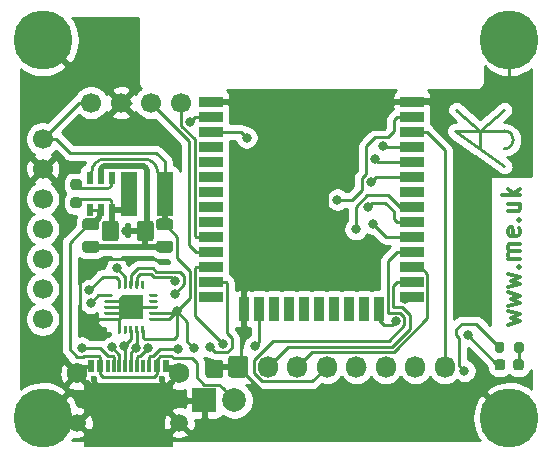
<source format=gbr>
%TF.GenerationSoftware,KiCad,Pcbnew,(5.1.9-0-10_14)*%
%TF.CreationDate,2021-06-18T08:37:00+01:00*%
%TF.ProjectId,EnvMon,456e764d-6f6e-42e6-9b69-6361645f7063,3*%
%TF.SameCoordinates,Original*%
%TF.FileFunction,Copper,L1,Top*%
%TF.FilePolarity,Positive*%
%FSLAX46Y46*%
G04 Gerber Fmt 4.6, Leading zero omitted, Abs format (unit mm)*
G04 Created by KiCad (PCBNEW (5.1.9-0-10_14)) date 2021-06-18 08:37:00*
%MOMM*%
%LPD*%
G01*
G04 APERTURE LIST*
%TA.AperFunction,NonConductor*%
%ADD10C,0.300000*%
%TD*%
%TA.AperFunction,EtchedComponent*%
%ADD11C,0.250000*%
%TD*%
%TA.AperFunction,EtchedComponent*%
%ADD12C,0.500000*%
%TD*%
%TA.AperFunction,ComponentPad*%
%ADD13C,0.350000*%
%TD*%
%TA.AperFunction,SMDPad,CuDef*%
%ADD14C,0.100000*%
%TD*%
%TA.AperFunction,SMDPad,CuDef*%
%ADD15R,0.500000X4.000000*%
%TD*%
%TA.AperFunction,SMDPad,CuDef*%
%ADD16R,0.600000X1.100000*%
%TD*%
%TA.AperFunction,SMDPad,CuDef*%
%ADD17R,1.425000X3.700000*%
%TD*%
%TA.AperFunction,SMDPad,CuDef*%
%ADD18R,2.000000X0.900000*%
%TD*%
%TA.AperFunction,SMDPad,CuDef*%
%ADD19R,0.900000X2.000000*%
%TD*%
%TA.AperFunction,SMDPad,CuDef*%
%ADD20R,5.000000X5.000000*%
%TD*%
%TA.AperFunction,ComponentPad*%
%ADD21C,2.000000*%
%TD*%
%TA.AperFunction,ComponentPad*%
%ADD22R,2.000000X2.000000*%
%TD*%
%TA.AperFunction,ComponentPad*%
%ADD23C,1.700000*%
%TD*%
%TA.AperFunction,ComponentPad*%
%ADD24C,5.000000*%
%TD*%
%TA.AperFunction,ComponentPad*%
%ADD25O,1.700000X1.850000*%
%TD*%
%TA.AperFunction,SMDPad,CuDef*%
%ADD26R,0.600000X1.140000*%
%TD*%
%TA.AperFunction,ComponentPad*%
%ADD27C,1.500000*%
%TD*%
%TA.AperFunction,ComponentPad*%
%ADD28C,1.750000*%
%TD*%
%TA.AperFunction,SMDPad,CuDef*%
%ADD29R,0.300000X1.140000*%
%TD*%
%TA.AperFunction,ComponentPad*%
%ADD30C,0.600000*%
%TD*%
%TA.AperFunction,ViaPad*%
%ADD31C,0.800000*%
%TD*%
%TA.AperFunction,Conductor*%
%ADD32C,0.250000*%
%TD*%
%TA.AperFunction,Conductor*%
%ADD33C,0.500000*%
%TD*%
%TA.AperFunction,Conductor*%
%ADD34C,0.254000*%
%TD*%
%TA.AperFunction,Conductor*%
%ADD35C,0.100000*%
%TD*%
G04 APERTURE END LIST*
D10*
X131878571Y-89585714D02*
X132878571Y-89300000D01*
X132164285Y-89014285D01*
X132878571Y-88728571D01*
X131878571Y-88442857D01*
X131878571Y-88014285D02*
X132878571Y-87728571D01*
X132164285Y-87442857D01*
X132878571Y-87157142D01*
X131878571Y-86871428D01*
X131878571Y-86442857D02*
X132878571Y-86157142D01*
X132164285Y-85871428D01*
X132878571Y-85585714D01*
X131878571Y-85300000D01*
X132735714Y-84728571D02*
X132807142Y-84657142D01*
X132878571Y-84728571D01*
X132807142Y-84800000D01*
X132735714Y-84728571D01*
X132878571Y-84728571D01*
X132878571Y-84014285D02*
X131878571Y-84014285D01*
X132021428Y-84014285D02*
X131950000Y-83942857D01*
X131878571Y-83800000D01*
X131878571Y-83585714D01*
X131950000Y-83442857D01*
X132092857Y-83371428D01*
X132878571Y-83371428D01*
X132092857Y-83371428D02*
X131950000Y-83300000D01*
X131878571Y-83157142D01*
X131878571Y-82942857D01*
X131950000Y-82800000D01*
X132092857Y-82728571D01*
X132878571Y-82728571D01*
X132807142Y-81442857D02*
X132878571Y-81585714D01*
X132878571Y-81871428D01*
X132807142Y-82014285D01*
X132664285Y-82085714D01*
X132092857Y-82085714D01*
X131950000Y-82014285D01*
X131878571Y-81871428D01*
X131878571Y-81585714D01*
X131950000Y-81442857D01*
X132092857Y-81371428D01*
X132235714Y-81371428D01*
X132378571Y-82085714D01*
X132735714Y-80728571D02*
X132807142Y-80657142D01*
X132878571Y-80728571D01*
X132807142Y-80800000D01*
X132735714Y-80728571D01*
X132878571Y-80728571D01*
X131878571Y-79371428D02*
X132878571Y-79371428D01*
X131878571Y-80014285D02*
X132664285Y-80014285D01*
X132807142Y-79942857D01*
X132878571Y-79800000D01*
X132878571Y-79585714D01*
X132807142Y-79442857D01*
X132735714Y-79371428D01*
X132878571Y-78657142D02*
X131378571Y-78657142D01*
X132307142Y-78514285D02*
X132878571Y-78085714D01*
X131878571Y-78085714D02*
X132450000Y-78657142D01*
D11*
%TO.C,Reg1*%
X96650000Y-76700000D02*
G75*
G02*
X97770000Y-75580000I1120000J0D01*
G01*
X98025000Y-78950000D02*
G75*
G02*
X98375000Y-79300000I0J-350000D01*
G01*
X98375000Y-77700000D02*
G75*
G02*
X98025000Y-78050000I-350000J0D01*
G01*
X101115000Y-75580000D02*
G75*
G02*
X102235000Y-76700000I0J-1120000D01*
G01*
D12*
X98375000Y-81050000D02*
X98375000Y-79850000D01*
X98375000Y-79850000D02*
X99875000Y-79850000D01*
D11*
X95525000Y-78950000D02*
X98025000Y-78950000D01*
X95425000Y-78050000D02*
X98025000Y-78050000D01*
X97770000Y-75580000D02*
X101115000Y-75580000D01*
%TO.C,Logo2*%
X131600000Y-73200000D02*
G75*
G02*
X131600000Y-74700000I0J-750000D01*
G01*
X129500000Y-73200000D02*
X129500000Y-74700000D01*
X127400000Y-73200000D02*
X131600000Y-73200000D01*
X127400000Y-73200000D02*
X131600000Y-76200000D01*
X127500000Y-71400000D02*
X129500000Y-73200000D01*
X129500000Y-73200000D02*
X131600000Y-71400000D01*
%TD*%
D13*
%TO.P,U1,21*%
%TO.N,GND*%
X99975000Y-88125000D03*
%TA.AperFunction,SMDPad,CuDef*%
D14*
G36*
X100975000Y-89125000D02*
G01*
X98975000Y-89125000D01*
X98975000Y-87375000D01*
X99225000Y-87125000D01*
X100975000Y-87125000D01*
X100975000Y-89125000D01*
G37*
%TD.AperFunction*%
%TO.P,U1,20*%
%TO.N,+3V3*%
%TA.AperFunction,SMDPad,CuDef*%
G36*
G01*
X98850000Y-86512500D02*
X98850000Y-85937500D01*
G75*
G02*
X98912500Y-85875000I62500J0D01*
G01*
X99037500Y-85875000D01*
G75*
G02*
X99100000Y-85937500I0J-62500D01*
G01*
X99100000Y-86512500D01*
G75*
G02*
X99037500Y-86575000I-62500J0D01*
G01*
X98912500Y-86575000D01*
G75*
G02*
X98850000Y-86512500I0J62500D01*
G01*
G37*
%TD.AperFunction*%
%TO.P,U1,19*%
%TO.N,Net-(U1-Pad19)*%
%TA.AperFunction,SMDPad,CuDef*%
G36*
G01*
X99350000Y-86512500D02*
X99350000Y-85937500D01*
G75*
G02*
X99412500Y-85875000I62500J0D01*
G01*
X99537500Y-85875000D01*
G75*
G02*
X99600000Y-85937500I0J-62500D01*
G01*
X99600000Y-86512500D01*
G75*
G02*
X99537500Y-86575000I-62500J0D01*
G01*
X99412500Y-86575000D01*
G75*
G02*
X99350000Y-86512500I0J62500D01*
G01*
G37*
%TD.AperFunction*%
%TO.P,U1,18*%
%TO.N,Net-(U1-Pad18)*%
%TA.AperFunction,SMDPad,CuDef*%
G36*
G01*
X99850000Y-86512500D02*
X99850000Y-85937500D01*
G75*
G02*
X99912500Y-85875000I62500J0D01*
G01*
X100037500Y-85875000D01*
G75*
G02*
X100100000Y-85937500I0J-62500D01*
G01*
X100100000Y-86512500D01*
G75*
G02*
X100037500Y-86575000I-62500J0D01*
G01*
X99912500Y-86575000D01*
G75*
G02*
X99850000Y-86512500I0J62500D01*
G01*
G37*
%TD.AperFunction*%
%TO.P,U1,17*%
%TO.N,Net-(U1-Pad17)*%
%TA.AperFunction,SMDPad,CuDef*%
G36*
G01*
X100350000Y-86512500D02*
X100350000Y-85937500D01*
G75*
G02*
X100412500Y-85875000I62500J0D01*
G01*
X100537500Y-85875000D01*
G75*
G02*
X100600000Y-85937500I0J-62500D01*
G01*
X100600000Y-86512500D01*
G75*
G02*
X100537500Y-86575000I-62500J0D01*
G01*
X100412500Y-86575000D01*
G75*
G02*
X100350000Y-86512500I0J62500D01*
G01*
G37*
%TD.AperFunction*%
%TO.P,U1,16*%
%TO.N,Net-(U1-Pad16)*%
%TA.AperFunction,SMDPad,CuDef*%
G36*
G01*
X100850000Y-86512500D02*
X100850000Y-85937500D01*
G75*
G02*
X100912500Y-85875000I62500J0D01*
G01*
X101037500Y-85875000D01*
G75*
G02*
X101100000Y-85937500I0J-62500D01*
G01*
X101100000Y-86512500D01*
G75*
G02*
X101037500Y-86575000I-62500J0D01*
G01*
X100912500Y-86575000D01*
G75*
G02*
X100850000Y-86512500I0J62500D01*
G01*
G37*
%TD.AperFunction*%
%TO.P,U1,15*%
%TO.N,Net-(U1-Pad15)*%
%TA.AperFunction,SMDPad,CuDef*%
G36*
G01*
X101525000Y-87187500D02*
X101525000Y-87062500D01*
G75*
G02*
X101587500Y-87000000I62500J0D01*
G01*
X102162500Y-87000000D01*
G75*
G02*
X102225000Y-87062500I0J-62500D01*
G01*
X102225000Y-87187500D01*
G75*
G02*
X102162500Y-87250000I-62500J0D01*
G01*
X101587500Y-87250000D01*
G75*
G02*
X101525000Y-87187500I0J62500D01*
G01*
G37*
%TD.AperFunction*%
%TO.P,U1,14*%
%TO.N,Net-(U1-Pad14)*%
%TA.AperFunction,SMDPad,CuDef*%
G36*
G01*
X101525000Y-87687500D02*
X101525000Y-87562500D01*
G75*
G02*
X101587500Y-87500000I62500J0D01*
G01*
X102162500Y-87500000D01*
G75*
G02*
X102225000Y-87562500I0J-62500D01*
G01*
X102225000Y-87687500D01*
G75*
G02*
X102162500Y-87750000I-62500J0D01*
G01*
X101587500Y-87750000D01*
G75*
G02*
X101525000Y-87687500I0J62500D01*
G01*
G37*
%TD.AperFunction*%
%TO.P,U1,13*%
%TO.N,GND*%
%TA.AperFunction,SMDPad,CuDef*%
G36*
G01*
X101525000Y-88187500D02*
X101525000Y-88062500D01*
G75*
G02*
X101587500Y-88000000I62500J0D01*
G01*
X102162500Y-88000000D01*
G75*
G02*
X102225000Y-88062500I0J-62500D01*
G01*
X102225000Y-88187500D01*
G75*
G02*
X102162500Y-88250000I-62500J0D01*
G01*
X101587500Y-88250000D01*
G75*
G02*
X101525000Y-88187500I0J62500D01*
G01*
G37*
%TD.AperFunction*%
%TO.P,U1,12*%
%TO.N,+3V3*%
%TA.AperFunction,SMDPad,CuDef*%
G36*
G01*
X101525000Y-88687500D02*
X101525000Y-88562500D01*
G75*
G02*
X101587500Y-88500000I62500J0D01*
G01*
X102162500Y-88500000D01*
G75*
G02*
X102225000Y-88562500I0J-62500D01*
G01*
X102225000Y-88687500D01*
G75*
G02*
X102162500Y-88750000I-62500J0D01*
G01*
X101587500Y-88750000D01*
G75*
G02*
X101525000Y-88687500I0J62500D01*
G01*
G37*
%TD.AperFunction*%
%TO.P,U1,11*%
%TA.AperFunction,SMDPad,CuDef*%
G36*
G01*
X101525000Y-89187500D02*
X101525000Y-89062500D01*
G75*
G02*
X101587500Y-89000000I62500J0D01*
G01*
X102162500Y-89000000D01*
G75*
G02*
X102225000Y-89062500I0J-62500D01*
G01*
X102225000Y-89187500D01*
G75*
G02*
X102162500Y-89250000I-62500J0D01*
G01*
X101587500Y-89250000D01*
G75*
G02*
X101525000Y-89187500I0J62500D01*
G01*
G37*
%TD.AperFunction*%
%TO.P,U1,10*%
%TA.AperFunction,SMDPad,CuDef*%
G36*
G01*
X100850000Y-90312500D02*
X100850000Y-89737500D01*
G75*
G02*
X100912500Y-89675000I62500J0D01*
G01*
X101037500Y-89675000D01*
G75*
G02*
X101100000Y-89737500I0J-62500D01*
G01*
X101100000Y-90312500D01*
G75*
G02*
X101037500Y-90375000I-62500J0D01*
G01*
X100912500Y-90375000D01*
G75*
G02*
X100850000Y-90312500I0J62500D01*
G01*
G37*
%TD.AperFunction*%
%TO.P,U1,9*%
%TO.N,Net-(J1-PadA7)*%
%TA.AperFunction,SMDPad,CuDef*%
G36*
G01*
X100350000Y-90312500D02*
X100350000Y-89737500D01*
G75*
G02*
X100412500Y-89675000I62500J0D01*
G01*
X100537500Y-89675000D01*
G75*
G02*
X100600000Y-89737500I0J-62500D01*
G01*
X100600000Y-90312500D01*
G75*
G02*
X100537500Y-90375000I-62500J0D01*
G01*
X100412500Y-90375000D01*
G75*
G02*
X100350000Y-90312500I0J62500D01*
G01*
G37*
%TD.AperFunction*%
%TO.P,U1,8*%
%TO.N,Net-(J1-PadA6)*%
%TA.AperFunction,SMDPad,CuDef*%
G36*
G01*
X99850000Y-90312500D02*
X99850000Y-89737500D01*
G75*
G02*
X99912500Y-89675000I62500J0D01*
G01*
X100037500Y-89675000D01*
G75*
G02*
X100100000Y-89737500I0J-62500D01*
G01*
X100100000Y-90312500D01*
G75*
G02*
X100037500Y-90375000I-62500J0D01*
G01*
X99912500Y-90375000D01*
G75*
G02*
X99850000Y-90312500I0J62500D01*
G01*
G37*
%TD.AperFunction*%
%TO.P,U1,7*%
%TO.N,Net-(U1-Pad7)*%
%TA.AperFunction,SMDPad,CuDef*%
G36*
G01*
X99350000Y-90312500D02*
X99350000Y-89737500D01*
G75*
G02*
X99412500Y-89675000I62500J0D01*
G01*
X99537500Y-89675000D01*
G75*
G02*
X99600000Y-89737500I0J-62500D01*
G01*
X99600000Y-90312500D01*
G75*
G02*
X99537500Y-90375000I-62500J0D01*
G01*
X99412500Y-90375000D01*
G75*
G02*
X99350000Y-90312500I0J62500D01*
G01*
G37*
%TD.AperFunction*%
%TO.P,U1,6*%
%TO.N,GND*%
%TA.AperFunction,SMDPad,CuDef*%
G36*
G01*
X98850000Y-90312500D02*
X98850000Y-89737500D01*
G75*
G02*
X98912500Y-89675000I62500J0D01*
G01*
X99037500Y-89675000D01*
G75*
G02*
X99100000Y-89737500I0J-62500D01*
G01*
X99100000Y-90312500D01*
G75*
G02*
X99037500Y-90375000I-62500J0D01*
G01*
X98912500Y-90375000D01*
G75*
G02*
X98850000Y-90312500I0J62500D01*
G01*
G37*
%TD.AperFunction*%
%TO.P,U1,5*%
%TA.AperFunction,SMDPad,CuDef*%
G36*
G01*
X97725000Y-89187500D02*
X97725000Y-89062500D01*
G75*
G02*
X97787500Y-89000000I62500J0D01*
G01*
X98362500Y-89000000D01*
G75*
G02*
X98425000Y-89062500I0J-62500D01*
G01*
X98425000Y-89187500D01*
G75*
G02*
X98362500Y-89250000I-62500J0D01*
G01*
X97787500Y-89250000D01*
G75*
G02*
X97725000Y-89187500I0J62500D01*
G01*
G37*
%TD.AperFunction*%
%TO.P,U1,4*%
%TA.AperFunction,SMDPad,CuDef*%
G36*
G01*
X97725000Y-88687500D02*
X97725000Y-88562500D01*
G75*
G02*
X97787500Y-88500000I62500J0D01*
G01*
X98362500Y-88500000D01*
G75*
G02*
X98425000Y-88562500I0J-62500D01*
G01*
X98425000Y-88687500D01*
G75*
G02*
X98362500Y-88750000I-62500J0D01*
G01*
X97787500Y-88750000D01*
G75*
G02*
X97725000Y-88687500I0J62500D01*
G01*
G37*
%TD.AperFunction*%
%TO.P,U1,3*%
%TA.AperFunction,SMDPad,CuDef*%
G36*
G01*
X97725000Y-88187500D02*
X97725000Y-88062500D01*
G75*
G02*
X97787500Y-88000000I62500J0D01*
G01*
X98362500Y-88000000D01*
G75*
G02*
X98425000Y-88062500I0J-62500D01*
G01*
X98425000Y-88187500D01*
G75*
G02*
X98362500Y-88250000I-62500J0D01*
G01*
X97787500Y-88250000D01*
G75*
G02*
X97725000Y-88187500I0J62500D01*
G01*
G37*
%TD.AperFunction*%
%TO.P,U1,2*%
%TA.AperFunction,SMDPad,CuDef*%
G36*
G01*
X97725000Y-87687500D02*
X97725000Y-87562500D01*
G75*
G02*
X97787500Y-87500000I62500J0D01*
G01*
X98362500Y-87500000D01*
G75*
G02*
X98425000Y-87562500I0J-62500D01*
G01*
X98425000Y-87687500D01*
G75*
G02*
X98362500Y-87750000I-62500J0D01*
G01*
X97787500Y-87750000D01*
G75*
G02*
X97725000Y-87687500I0J62500D01*
G01*
G37*
%TD.AperFunction*%
%TO.P,U1,1*%
%TO.N,Net-(U1-Pad1)*%
%TA.AperFunction,SMDPad,CuDef*%
G36*
G01*
X97725000Y-87187500D02*
X97725000Y-87062500D01*
G75*
G02*
X97787500Y-87000000I62500J0D01*
G01*
X98362500Y-87000000D01*
G75*
G02*
X98425000Y-87062500I0J-62500D01*
G01*
X98425000Y-87187500D01*
G75*
G02*
X98362500Y-87250000I-62500J0D01*
G01*
X97787500Y-87250000D01*
G75*
G02*
X97725000Y-87187500I0J62500D01*
G01*
G37*
%TD.AperFunction*%
%TD*%
%TO.P,R10,2*%
%TO.N,Net-(D1-Pad2)*%
%TA.AperFunction,SMDPad,CuDef*%
G36*
G01*
X132425000Y-91775000D02*
X132425000Y-91225000D01*
G75*
G02*
X132625000Y-91025000I200000J0D01*
G01*
X133025000Y-91025000D01*
G75*
G02*
X133225000Y-91225000I0J-200000D01*
G01*
X133225000Y-91775000D01*
G75*
G02*
X133025000Y-91975000I-200000J0D01*
G01*
X132625000Y-91975000D01*
G75*
G02*
X132425000Y-91775000I0J200000D01*
G01*
G37*
%TD.AperFunction*%
%TO.P,R10,1*%
%TO.N,+3V3*%
%TA.AperFunction,SMDPad,CuDef*%
G36*
G01*
X130775000Y-91775000D02*
X130775000Y-91225000D01*
G75*
G02*
X130975000Y-91025000I200000J0D01*
G01*
X131375000Y-91025000D01*
G75*
G02*
X131575000Y-91225000I0J-200000D01*
G01*
X131575000Y-91775000D01*
G75*
G02*
X131375000Y-91975000I-200000J0D01*
G01*
X130975000Y-91975000D01*
G75*
G02*
X130775000Y-91775000I0J200000D01*
G01*
G37*
%TD.AperFunction*%
%TD*%
%TO.P,D1,2*%
%TO.N,Net-(D1-Pad2)*%
%TA.AperFunction,SMDPad,CuDef*%
G36*
G01*
X132350000Y-93256250D02*
X132350000Y-92743750D01*
G75*
G02*
X132568750Y-92525000I218750J0D01*
G01*
X133006250Y-92525000D01*
G75*
G02*
X133225000Y-92743750I0J-218750D01*
G01*
X133225000Y-93256250D01*
G75*
G02*
X133006250Y-93475000I-218750J0D01*
G01*
X132568750Y-93475000D01*
G75*
G02*
X132350000Y-93256250I0J218750D01*
G01*
G37*
%TD.AperFunction*%
%TO.P,D1,1*%
%TO.N,Net-(D1-Pad1)*%
%TA.AperFunction,SMDPad,CuDef*%
G36*
G01*
X130775000Y-93256250D02*
X130775000Y-92743750D01*
G75*
G02*
X130993750Y-92525000I218750J0D01*
G01*
X131431250Y-92525000D01*
G75*
G02*
X131650000Y-92743750I0J-218750D01*
G01*
X131650000Y-93256250D01*
G75*
G02*
X131431250Y-93475000I-218750J0D01*
G01*
X130993750Y-93475000D01*
G75*
G02*
X130775000Y-93256250I0J218750D01*
G01*
G37*
%TD.AperFunction*%
%TD*%
%TA.AperFunction,SMDPad,CuDef*%
%TO.P,Reg1,2*%
%TO.N,Net-(J1-PadA4)*%
G36*
X97378956Y-79800389D02*
G01*
X97403247Y-79802943D01*
X97427173Y-79807854D01*
X97450506Y-79815076D01*
X97473022Y-79824542D01*
X97494508Y-79836159D01*
X97514756Y-79849818D01*
X97533576Y-79865387D01*
X97550787Y-79882717D01*
X97566224Y-79901646D01*
X97579740Y-79921990D01*
X97591207Y-79943556D01*
X97600515Y-79966137D01*
X97607574Y-79989520D01*
X97612318Y-80013480D01*
X97614702Y-80037788D01*
X97614702Y-80062213D01*
X97609929Y-80159776D01*
X97609929Y-80159795D01*
X97609927Y-80159817D01*
X97609734Y-80163282D01*
X97608566Y-80173698D01*
X97607545Y-80184103D01*
X97593273Y-80280754D01*
X97592739Y-80284204D01*
X97590564Y-80294436D01*
X97588529Y-80304715D01*
X97564893Y-80399513D01*
X97564025Y-80402894D01*
X97560863Y-80412859D01*
X97557834Y-80422894D01*
X97525061Y-80514932D01*
X97523867Y-80518213D01*
X97519739Y-80527844D01*
X97515754Y-80537513D01*
X97474156Y-80625915D01*
X97472647Y-80629064D01*
X97467589Y-80638264D01*
X97462687Y-80647484D01*
X97412660Y-80731404D01*
X97410852Y-80734390D01*
X97404914Y-80743062D01*
X97399143Y-80751748D01*
X97341176Y-80830371D01*
X97341169Y-80830382D01*
X97341160Y-80830393D01*
X97339076Y-80833181D01*
X97332341Y-80841207D01*
X97325731Y-80849311D01*
X97260365Y-80921908D01*
X97260357Y-80921917D01*
X97260347Y-80921927D01*
X97258005Y-80924494D01*
X97250494Y-80931849D01*
X97243146Y-80939248D01*
X97171010Y-81005117D01*
X97171001Y-81005126D01*
X97170990Y-81005135D01*
X97168405Y-81007463D01*
X97160263Y-81014009D01*
X97152181Y-81020695D01*
X97073950Y-81079220D01*
X97071140Y-81081292D01*
X97062368Y-81087032D01*
X97053700Y-81092879D01*
X96970140Y-81143484D01*
X96970131Y-81143490D01*
X96970120Y-81143496D01*
X96967132Y-81145278D01*
X96957842Y-81150134D01*
X96948645Y-81155107D01*
X96860553Y-81197313D01*
X96860537Y-81197322D01*
X96860517Y-81197330D01*
X96857378Y-81198808D01*
X96847671Y-81202730D01*
X96838020Y-81206786D01*
X96746219Y-81240198D01*
X96746213Y-81240201D01*
X96746205Y-81240203D01*
X96742923Y-81241373D01*
X96732875Y-81244330D01*
X96722880Y-81247424D01*
X96628251Y-81271721D01*
X96624864Y-81272566D01*
X96614553Y-81274533D01*
X96604325Y-81276632D01*
X96507775Y-81291579D01*
X96504322Y-81292089D01*
X96493875Y-81293040D01*
X96483484Y-81294132D01*
X96385937Y-81299586D01*
X96382450Y-81299757D01*
X96377646Y-81299723D01*
X96372840Y-81299975D01*
X96365859Y-81299999D01*
X96362368Y-81299987D01*
X96337987Y-81298536D01*
X96313863Y-81294714D01*
X96290228Y-81288556D01*
X96267306Y-81280121D01*
X96245316Y-81269490D01*
X96224468Y-81256762D01*
X96204962Y-81242062D01*
X96186984Y-81225529D01*
X96170706Y-81207320D01*
X96156281Y-81187609D01*
X96143848Y-81166585D01*
X96133527Y-81144448D01*
X96125416Y-81121409D01*
X96119590Y-81097689D01*
X96116108Y-81073514D01*
X96115001Y-81049114D01*
X96116282Y-81024723D01*
X96119935Y-81000573D01*
X96125927Y-80976894D01*
X96134202Y-80953914D01*
X96144681Y-80931851D01*
X96157262Y-80910915D01*
X96171825Y-80891307D01*
X96188232Y-80873214D01*
X96206328Y-80856808D01*
X96225937Y-80842247D01*
X96246874Y-80829668D01*
X96268938Y-80819192D01*
X96291920Y-80810920D01*
X96315598Y-80804929D01*
X96339749Y-80801278D01*
X96364141Y-80800001D01*
X96364580Y-80799999D01*
X96443362Y-80795595D01*
X96515744Y-80784389D01*
X96586700Y-80766171D01*
X96655527Y-80741119D01*
X96721585Y-80709469D01*
X96784224Y-80671534D01*
X96842879Y-80627653D01*
X96896968Y-80578264D01*
X96945975Y-80523835D01*
X96989445Y-80464873D01*
X97026944Y-80401969D01*
X97058133Y-80335689D01*
X97082703Y-80266687D01*
X97100424Y-80195613D01*
X97111123Y-80123155D01*
X97115299Y-80037786D01*
X97115493Y-80034301D01*
X97118216Y-80010029D01*
X97123294Y-79986137D01*
X97130680Y-79962856D01*
X97140302Y-79940406D01*
X97152068Y-79919003D01*
X97165869Y-79898849D01*
X97181568Y-79880139D01*
X97199019Y-79863050D01*
X97218054Y-79847745D01*
X97238492Y-79834371D01*
X97260138Y-79823055D01*
X97282784Y-79813905D01*
X97306216Y-79807010D01*
X97330208Y-79802432D01*
X97354532Y-79800219D01*
X97378956Y-79800389D01*
G37*
%TD.AperFunction*%
%TA.AperFunction,SMDPad,CuDef*%
%TO.P,Reg1,3*%
%TO.N,GND*%
G36*
X100878491Y-75900024D02*
G01*
X100882858Y-75900299D01*
X100887214Y-75900299D01*
X100931107Y-75902446D01*
X100931121Y-75902446D01*
X100931137Y-75902448D01*
X100934613Y-75902641D01*
X100945056Y-75903813D01*
X100955430Y-75904830D01*
X100998919Y-75911251D01*
X100998925Y-75911252D01*
X100998932Y-75911253D01*
X101002374Y-75911785D01*
X101012668Y-75913973D01*
X101022885Y-75915996D01*
X101065528Y-75926628D01*
X101065543Y-75926631D01*
X101065559Y-75926636D01*
X101068926Y-75927500D01*
X101078902Y-75930665D01*
X101088925Y-75933691D01*
X101130343Y-75948439D01*
X101130349Y-75948441D01*
X101130353Y-75948443D01*
X101133624Y-75949633D01*
X101143236Y-75953753D01*
X101152931Y-75957749D01*
X101192712Y-75976469D01*
X101195860Y-75977978D01*
X101205028Y-75983018D01*
X101214269Y-75987932D01*
X101252033Y-76010443D01*
X101255019Y-76012251D01*
X101263676Y-76018178D01*
X101272382Y-76023963D01*
X101307751Y-76050039D01*
X101307768Y-76050051D01*
X101307786Y-76050066D01*
X101310565Y-76052144D01*
X101318575Y-76058865D01*
X101326696Y-76065489D01*
X101359368Y-76094907D01*
X101361946Y-76097261D01*
X101369260Y-76104730D01*
X101376698Y-76112116D01*
X101406333Y-76144571D01*
X101406345Y-76144583D01*
X101406357Y-76144598D01*
X101408680Y-76147176D01*
X101415243Y-76155339D01*
X101421914Y-76163403D01*
X101448250Y-76198607D01*
X101450322Y-76201417D01*
X101456058Y-76210184D01*
X101461908Y-76218856D01*
X101484683Y-76256462D01*
X101486471Y-76259461D01*
X101491307Y-76268712D01*
X101496302Y-76277950D01*
X101515298Y-76317600D01*
X101516784Y-76320758D01*
X101520704Y-76330461D01*
X101524761Y-76340111D01*
X101539791Y-76381406D01*
X101539798Y-76381424D01*
X101539805Y-76381445D01*
X101540969Y-76384713D01*
X101543932Y-76394782D01*
X101547020Y-76404757D01*
X101557951Y-76447328D01*
X101557955Y-76447342D01*
X101557958Y-76447359D01*
X101558799Y-76450728D01*
X101560761Y-76461014D01*
X101562866Y-76471268D01*
X101569592Y-76514716D01*
X101570102Y-76518169D01*
X101571053Y-76528620D01*
X101572145Y-76539008D01*
X101574599Y-76582904D01*
X101574770Y-76586391D01*
X101574736Y-76591199D01*
X101574987Y-76595983D01*
X101574998Y-76599125D01*
X101574996Y-76599909D01*
X101575000Y-76600000D01*
X101575000Y-81400000D01*
X101574976Y-81403491D01*
X101573442Y-81427867D01*
X101569537Y-81451978D01*
X101563298Y-81475592D01*
X101554784Y-81498485D01*
X101544077Y-81520438D01*
X101531278Y-81541242D01*
X101516511Y-81560697D01*
X101499916Y-81578618D01*
X101481651Y-81594834D01*
X101461891Y-81609191D01*
X101440824Y-81621551D01*
X101437500Y-81623087D01*
X101437500Y-82750000D01*
X102925000Y-82750000D01*
X102928491Y-82750024D01*
X102952867Y-82751558D01*
X102976978Y-82755463D01*
X103000592Y-82761702D01*
X103023485Y-82770216D01*
X103045438Y-82780923D01*
X103066242Y-82793722D01*
X103085697Y-82808489D01*
X103103618Y-82825084D01*
X103119834Y-82843349D01*
X103134191Y-82863109D01*
X103146551Y-82884176D01*
X103156796Y-82906348D01*
X103164828Y-82929415D01*
X103170572Y-82953155D01*
X103173971Y-82977342D01*
X103174994Y-83001745D01*
X103173630Y-83026132D01*
X103169894Y-83050269D01*
X103163820Y-83073927D01*
X103155466Y-83096879D01*
X103144912Y-83118906D01*
X103132259Y-83139798D01*
X103117628Y-83159356D01*
X103101159Y-83177393D01*
X103083007Y-83193736D01*
X103063348Y-83208230D01*
X103042368Y-83220737D01*
X103020268Y-83231137D01*
X102997258Y-83239330D01*
X102973559Y-83245239D01*
X102949396Y-83248807D01*
X102925000Y-83250000D01*
X96325000Y-83250000D01*
X96321509Y-83249976D01*
X96297133Y-83248442D01*
X96273022Y-83244537D01*
X96249408Y-83238298D01*
X96226515Y-83229784D01*
X96204562Y-83219077D01*
X96183758Y-83206278D01*
X96164303Y-83191511D01*
X96146382Y-83174916D01*
X96130166Y-83156651D01*
X96115809Y-83136891D01*
X96103449Y-83115824D01*
X96093204Y-83093652D01*
X96085172Y-83070585D01*
X96079428Y-83046845D01*
X96076029Y-83022658D01*
X96075006Y-82998255D01*
X96076370Y-82973868D01*
X96080106Y-82949731D01*
X96086180Y-82926073D01*
X96094534Y-82903121D01*
X96105088Y-82881094D01*
X96117741Y-82860202D01*
X96132372Y-82840644D01*
X96148841Y-82822607D01*
X96166993Y-82806264D01*
X96186652Y-82791770D01*
X96207632Y-82779263D01*
X96229732Y-82768863D01*
X96252742Y-82760670D01*
X96276441Y-82754761D01*
X96300604Y-82751193D01*
X96325000Y-82750000D01*
X100937500Y-82750000D01*
X100937500Y-81400000D01*
X100937524Y-81396509D01*
X100939058Y-81372133D01*
X100942963Y-81348022D01*
X100949202Y-81324408D01*
X100957716Y-81301515D01*
X100968423Y-81279562D01*
X100981222Y-81258758D01*
X100995989Y-81239303D01*
X101012584Y-81221382D01*
X101030849Y-81205166D01*
X101050609Y-81190809D01*
X101071676Y-81178449D01*
X101075000Y-81176913D01*
X101075000Y-76604033D01*
X101073608Y-76579127D01*
X101070622Y-76559842D01*
X101065772Y-76540954D01*
X101059095Y-76522608D01*
X101050664Y-76505013D01*
X101040560Y-76488329D01*
X101028874Y-76472708D01*
X101015715Y-76458297D01*
X101001212Y-76445239D01*
X100985516Y-76433666D01*
X100968757Y-76423676D01*
X100951099Y-76415367D01*
X100932720Y-76408822D01*
X100913793Y-76404103D01*
X100894485Y-76401252D01*
X100868899Y-76400000D01*
X97879033Y-76400000D01*
X97854127Y-76401392D01*
X97834842Y-76404378D01*
X97815954Y-76409228D01*
X97797608Y-76415905D01*
X97780013Y-76424336D01*
X97763329Y-76434440D01*
X97747708Y-76446126D01*
X97733297Y-76459285D01*
X97720239Y-76473788D01*
X97708666Y-76489484D01*
X97698676Y-76506243D01*
X97690367Y-76523901D01*
X97683822Y-76542280D01*
X97679103Y-76561207D01*
X97676252Y-76580515D01*
X97675000Y-76606101D01*
X97675000Y-77100000D01*
X97674976Y-77103491D01*
X97673442Y-77127867D01*
X97669537Y-77151978D01*
X97663298Y-77175592D01*
X97654784Y-77198485D01*
X97644077Y-77220438D01*
X97631278Y-77241242D01*
X97616511Y-77260697D01*
X97599916Y-77278618D01*
X97581651Y-77294834D01*
X97561891Y-77309191D01*
X97540824Y-77321551D01*
X97518652Y-77331796D01*
X97495585Y-77339828D01*
X97471845Y-77345572D01*
X97447658Y-77348971D01*
X97423255Y-77349994D01*
X97398868Y-77348630D01*
X97374731Y-77344894D01*
X97351073Y-77338820D01*
X97328121Y-77330466D01*
X97306094Y-77319912D01*
X97285202Y-77307259D01*
X97265644Y-77292628D01*
X97247607Y-77276159D01*
X97231264Y-77258007D01*
X97216770Y-77238348D01*
X97204263Y-77217368D01*
X97193863Y-77195268D01*
X97185670Y-77172258D01*
X97179761Y-77148559D01*
X97176193Y-77124396D01*
X97175000Y-77100000D01*
X97175000Y-76600000D01*
X97175024Y-76596509D01*
X97175299Y-76592142D01*
X97175299Y-76587786D01*
X97177446Y-76543893D01*
X97177446Y-76543879D01*
X97177448Y-76543863D01*
X97177641Y-76540387D01*
X97178813Y-76529944D01*
X97179830Y-76519570D01*
X97186252Y-76476077D01*
X97186785Y-76472626D01*
X97188973Y-76462332D01*
X97190996Y-76452115D01*
X97201628Y-76409472D01*
X97201631Y-76409457D01*
X97201636Y-76409441D01*
X97202500Y-76406074D01*
X97205665Y-76396098D01*
X97208691Y-76386075D01*
X97223439Y-76344657D01*
X97224633Y-76341376D01*
X97228753Y-76331764D01*
X97232749Y-76322069D01*
X97251469Y-76282288D01*
X97252978Y-76279140D01*
X97258018Y-76269972D01*
X97262932Y-76260731D01*
X97285443Y-76222967D01*
X97287251Y-76219981D01*
X97293178Y-76211324D01*
X97298963Y-76202618D01*
X97325039Y-76167249D01*
X97325051Y-76167232D01*
X97325066Y-76167214D01*
X97327144Y-76164435D01*
X97333865Y-76156425D01*
X97340489Y-76148304D01*
X97369907Y-76115632D01*
X97372261Y-76113054D01*
X97379730Y-76105740D01*
X97387116Y-76098302D01*
X97419571Y-76068667D01*
X97419583Y-76068655D01*
X97419598Y-76068643D01*
X97422176Y-76066320D01*
X97430339Y-76059757D01*
X97438403Y-76053086D01*
X97473607Y-76026750D01*
X97476417Y-76024678D01*
X97485184Y-76018942D01*
X97493856Y-76013092D01*
X97531462Y-75990317D01*
X97534461Y-75988529D01*
X97543712Y-75983693D01*
X97552950Y-75978698D01*
X97592600Y-75959702D01*
X97595758Y-75958216D01*
X97605461Y-75954296D01*
X97615111Y-75950239D01*
X97656406Y-75935209D01*
X97656424Y-75935202D01*
X97656445Y-75935195D01*
X97659713Y-75934031D01*
X97669782Y-75931068D01*
X97679757Y-75927980D01*
X97722328Y-75917049D01*
X97722342Y-75917045D01*
X97722359Y-75917042D01*
X97725728Y-75916201D01*
X97736014Y-75914239D01*
X97746268Y-75912134D01*
X97789716Y-75905408D01*
X97793169Y-75904898D01*
X97803620Y-75903947D01*
X97814008Y-75902855D01*
X97857904Y-75900401D01*
X97861391Y-75900230D01*
X97866199Y-75900264D01*
X97870983Y-75900013D01*
X97874125Y-75900002D01*
X97874909Y-75900004D01*
X97875000Y-75900000D01*
X100875000Y-75900000D01*
X100878491Y-75900024D01*
G37*
%TD.AperFunction*%
D15*
%TO.P,Reg1,4*%
%TO.N,+3V3*%
X102825000Y-79300000D03*
D16*
%TO.P,Reg1,~*%
%TO.N,N/C*%
X98375000Y-77150000D03*
X96475000Y-77150000D03*
%TO.P,Reg1,3*%
%TO.N,GND*%
X97425000Y-77150000D03*
%TO.P,Reg1,1*%
%TO.N,Net-(J1-PadA4)*%
X96475000Y-79850000D03*
%TO.P,Reg1,2*%
X97425000Y-79850000D03*
%TO.P,Reg1,~*%
%TO.N,N/C*%
X98375000Y-79850000D03*
%TO.P,Reg1,4*%
%TO.N,+3V3*%
%TA.AperFunction,SMDPad,CuDef*%
G36*
G01*
X102350000Y-80600000D02*
X103300000Y-80600000D01*
G75*
G02*
X103550000Y-80850000I0J-250000D01*
G01*
X103550000Y-81350000D01*
G75*
G02*
X103300000Y-81600000I-250000J0D01*
G01*
X102350000Y-81600000D01*
G75*
G02*
X102100000Y-81350000I0J250000D01*
G01*
X102100000Y-80850000D01*
G75*
G02*
X102350000Y-80600000I250000J0D01*
G01*
G37*
%TD.AperFunction*%
%TO.P,Reg1,3*%
%TO.N,GND*%
%TA.AperFunction,SMDPad,CuDef*%
G36*
G01*
X102350000Y-82500000D02*
X103300000Y-82500000D01*
G75*
G02*
X103550000Y-82750000I0J-250000D01*
G01*
X103550000Y-83250000D01*
G75*
G02*
X103300000Y-83500000I-250000J0D01*
G01*
X102350000Y-83500000D01*
G75*
G02*
X102100000Y-83250000I0J250000D01*
G01*
X102100000Y-82750000D01*
G75*
G02*
X102350000Y-82500000I250000J0D01*
G01*
G37*
%TD.AperFunction*%
%TA.AperFunction,SMDPad,CuDef*%
G36*
G01*
X96100000Y-82500000D02*
X97050000Y-82500000D01*
G75*
G02*
X97300000Y-82750000I0J-250000D01*
G01*
X97300000Y-83250000D01*
G75*
G02*
X97050000Y-83500000I-250000J0D01*
G01*
X96100000Y-83500000D01*
G75*
G02*
X95850000Y-83250000I0J250000D01*
G01*
X95850000Y-82750000D01*
G75*
G02*
X96100000Y-82500000I250000J0D01*
G01*
G37*
%TD.AperFunction*%
%TO.P,Reg1,2*%
%TO.N,Net-(J1-PadA4)*%
%TA.AperFunction,SMDPad,CuDef*%
G36*
G01*
X96100000Y-80600000D02*
X97050000Y-80600000D01*
G75*
G02*
X97300000Y-80850000I0J-250000D01*
G01*
X97300000Y-81350000D01*
G75*
G02*
X97050000Y-81600000I-250000J0D01*
G01*
X96100000Y-81600000D01*
G75*
G02*
X95850000Y-81350000I0J250000D01*
G01*
X95850000Y-80850000D01*
G75*
G02*
X96100000Y-80600000I250000J0D01*
G01*
G37*
%TD.AperFunction*%
%TO.P,Reg1,~*%
%TO.N,N/C*%
%TA.AperFunction,SMDPad,CuDef*%
G36*
G01*
X95575000Y-78175000D02*
X95075000Y-78175000D01*
G75*
G02*
X94850000Y-77950000I0J225000D01*
G01*
X94850000Y-77500000D01*
G75*
G02*
X95075000Y-77275000I225000J0D01*
G01*
X95575000Y-77275000D01*
G75*
G02*
X95800000Y-77500000I0J-225000D01*
G01*
X95800000Y-77950000D01*
G75*
G02*
X95575000Y-78175000I-225000J0D01*
G01*
G37*
%TD.AperFunction*%
%TA.AperFunction,SMDPad,CuDef*%
G36*
G01*
X95575000Y-79725000D02*
X95075000Y-79725000D01*
G75*
G02*
X94850000Y-79500000I0J225000D01*
G01*
X94850000Y-79050000D01*
G75*
G02*
X95075000Y-78825000I225000J0D01*
G01*
X95575000Y-78825000D01*
G75*
G02*
X95800000Y-79050000I0J-225000D01*
G01*
X95800000Y-79500000D01*
G75*
G02*
X95575000Y-79725000I-225000J0D01*
G01*
G37*
%TD.AperFunction*%
%TA.AperFunction,SMDPad,CuDef*%
G36*
G01*
X97500000Y-82295626D02*
X97500000Y-81044374D01*
G75*
G02*
X97749374Y-80795000I249374J0D01*
G01*
X98675626Y-80795000D01*
G75*
G02*
X98925000Y-81044374I0J-249374D01*
G01*
X98925000Y-82295626D01*
G75*
G02*
X98675626Y-82545000I-249374J0D01*
G01*
X97749374Y-82545000D01*
G75*
G02*
X97500000Y-82295626I0J249374D01*
G01*
G37*
%TD.AperFunction*%
%TO.P,Reg1,3*%
%TO.N,GND*%
%TA.AperFunction,SMDPad,CuDef*%
G36*
G01*
X100475000Y-82295626D02*
X100475000Y-81044374D01*
G75*
G02*
X100724374Y-80795000I249374J0D01*
G01*
X101650626Y-80795000D01*
G75*
G02*
X101900000Y-81044374I0J-249374D01*
G01*
X101900000Y-82295626D01*
G75*
G02*
X101650626Y-82545000I-249374J0D01*
G01*
X100724374Y-82545000D01*
G75*
G02*
X100475000Y-82295626I0J249374D01*
G01*
G37*
%TD.AperFunction*%
D17*
%TO.P,Reg1,4*%
%TO.N,+3V3*%
X102825000Y-78550000D03*
%TO.P,Reg1,~*%
%TO.N,N/C*%
X99825000Y-78550000D03*
%TD*%
D18*
%TO.P,U2,38*%
%TO.N,GND*%
X123750000Y-70745000D03*
%TO.P,U2,37*%
%TO.N,OLED-MOSI*%
X123750000Y-72015000D03*
%TO.P,U2,36*%
%TO.N,IO7*%
X123750000Y-73285000D03*
%TO.P,U2,35*%
%TO.N,Net-(U1-Pad1)*%
X123750000Y-74555000D03*
%TO.P,U2,34*%
%TO.N,Net-(U1-Pad17)*%
X123750000Y-75825000D03*
%TO.P,U2,33*%
%TO.N,OLED-DC*%
X123750000Y-77095000D03*
%TO.P,U2,32*%
%TO.N,Net-(U2-Pad32)*%
X123750000Y-78365000D03*
%TO.P,U2,31*%
%TO.N,OLED-RST*%
X123750000Y-79635000D03*
%TO.P,U2,30*%
%TO.N,OLED-SCLK*%
X123750000Y-80905000D03*
%TO.P,U2,29*%
%TO.N,OLED-CS0*%
X123750000Y-82175000D03*
%TO.P,U2,28*%
%TO.N,IO3*%
X123750000Y-83445000D03*
%TO.P,U2,27*%
%TO.N,IO2*%
X123750000Y-84715000D03*
%TO.P,U2,26*%
%TO.N,IO1*%
X123750000Y-85985000D03*
%TO.P,U2,25*%
%TO.N,Net-(U1-Pad18)*%
X123750000Y-87255000D03*
D19*
%TO.P,U2,24*%
%TO.N,Net-(D1-Pad1)*%
X120965000Y-88255000D03*
%TO.P,U2,23*%
%TO.N,Net-(U2-Pad23)*%
X119695000Y-88255000D03*
%TO.P,U2,22*%
%TO.N,Net-(U2-Pad22)*%
X118425000Y-88255000D03*
%TO.P,U2,21*%
%TO.N,Net-(U2-Pad21)*%
X117155000Y-88255000D03*
%TO.P,U2,20*%
%TO.N,Net-(U2-Pad20)*%
X115885000Y-88255000D03*
%TO.P,U2,19*%
%TO.N,Net-(U2-Pad19)*%
X114615000Y-88255000D03*
%TO.P,U2,18*%
%TO.N,Net-(U2-Pad18)*%
X113345000Y-88255000D03*
%TO.P,U2,17*%
%TO.N,Net-(U2-Pad17)*%
X112075000Y-88255000D03*
%TO.P,U2,16*%
%TO.N,IO5*%
X110805000Y-88255000D03*
%TO.P,U2,15*%
%TO.N,GND*%
X109535000Y-88255000D03*
D18*
%TO.P,U2,14*%
%TO.N,Net-(U2-Pad14)*%
X106750000Y-87255000D03*
%TO.P,U2,13*%
%TO.N,IO4*%
X106750000Y-85985000D03*
%TO.P,U2,12*%
%TO.N,IO6*%
X106750000Y-84715000D03*
%TO.P,U2,11*%
%TO.N,CO2-SCL*%
X106750000Y-83445000D03*
%TO.P,U2,10*%
%TO.N,CO2-SDA*%
X106750000Y-82175000D03*
%TO.P,U2,9*%
%TO.N,Net-(U2-Pad9)*%
X106750000Y-80905000D03*
%TO.P,U2,8*%
%TO.N,Net-(U2-Pad8)*%
X106750000Y-79635000D03*
%TO.P,U2,7*%
%TO.N,Net-(U2-Pad7)*%
X106750000Y-78365000D03*
%TO.P,U2,6*%
%TO.N,Net-(U2-Pad6)*%
X106750000Y-77095000D03*
%TO.P,U2,5*%
%TO.N,Net-(U2-Pad5)*%
X106750000Y-75825000D03*
%TO.P,U2,4*%
%TO.N,Net-(U2-Pad4)*%
X106750000Y-74555000D03*
%TO.P,U2,3*%
%TO.N,Net-(U1-Pad19)*%
X106750000Y-73285000D03*
%TO.P,U2,2*%
%TO.N,+3V3*%
X106750000Y-72015000D03*
%TO.P,U2,1*%
%TO.N,GND*%
X106750000Y-70745000D03*
D20*
%TO.P,U2,39*%
X114250000Y-78245000D03*
%TD*%
D21*
%TO.P,J2,2*%
%TO.N,Net-(J1-PadA4)*%
X108740000Y-96000000D03*
D22*
%TO.P,J2,1*%
%TO.N,GND*%
X106200000Y-96000000D03*
%TD*%
D23*
%TO.P,M3,4*%
%TO.N,CO2-SDA*%
X104220000Y-70800000D03*
%TO.P,M3,3*%
%TO.N,CO2-SCL*%
X101680000Y-70800000D03*
%TO.P,M3,2*%
%TO.N,GND*%
X99140000Y-70800000D03*
%TO.P,M3,1*%
%TO.N,+3V3*%
X96600000Y-70800000D03*
%TD*%
D24*
%TO.P,M2,S*%
%TO.N,GND*%
X92500000Y-65500000D03*
X92500000Y-97500000D03*
X132000000Y-97500000D03*
X132000000Y-65500000D03*
D23*
%TO.P,M2,7*%
%TO.N,OLED-RST*%
X92500000Y-89120000D03*
%TO.P,M2,6*%
%TO.N,OLED-DC*%
X92500000Y-86580000D03*
%TO.P,M2,5*%
%TO.N,OLED-CS0*%
X92500000Y-84040000D03*
%TO.P,M2,4*%
%TO.N,OLED-SCLK*%
X92500000Y-81500000D03*
%TO.P,M2,3*%
%TO.N,OLED-MOSI*%
X92500000Y-78960000D03*
%TO.P,M2,2*%
%TO.N,GND*%
X92500000Y-76420000D03*
%TO.P,M2,1*%
%TO.N,+3V3*%
X92500000Y-73880000D03*
%TD*%
D25*
%TO.P,J3,8*%
%TO.N,IO7*%
X126550000Y-93150000D03*
%TO.P,J3,7*%
%TO.N,IO6*%
X124050000Y-93150000D03*
%TO.P,J3,6*%
%TO.N,IO5*%
X121550000Y-93150000D03*
%TO.P,J3,5*%
%TO.N,IO4*%
X119050000Y-93150000D03*
%TO.P,J3,4*%
%TO.N,IO3*%
X116550000Y-93150000D03*
%TO.P,J3,3*%
%TO.N,IO2*%
X114050000Y-93150000D03*
%TO.P,J3,2*%
%TO.N,IO1*%
X111550000Y-93150000D03*
%TO.P,J3,1*%
%TO.N,GND*%
%TA.AperFunction,ComponentPad*%
G36*
G01*
X108200000Y-93825000D02*
X108200000Y-92475000D01*
G75*
G02*
X108450000Y-92225000I250000J0D01*
G01*
X109650000Y-92225000D01*
G75*
G02*
X109900000Y-92475000I0J-250000D01*
G01*
X109900000Y-93825000D01*
G75*
G02*
X109650000Y-94075000I-250000J0D01*
G01*
X108450000Y-94075000D01*
G75*
G02*
X108200000Y-93825000I0J250000D01*
G01*
G37*
%TD.AperFunction*%
%TD*%
%TA.AperFunction,SMDPad,CuDef*%
D14*
%TO.P,J1,S1*%
%TO.N,GND*%
G36*
X96563071Y-93010685D02*
G01*
X96575139Y-93012555D01*
X96586968Y-93015591D01*
X96598444Y-93019769D01*
X96609457Y-93025047D01*
X96619903Y-93031373D01*
X96629681Y-93038688D01*
X96638699Y-93046924D01*
X96646871Y-93056001D01*
X96654118Y-93065830D01*
X96660370Y-93076320D01*
X96665570Y-93087371D01*
X96669666Y-93098875D01*
X96672620Y-93110725D01*
X96674404Y-93122807D01*
X96675000Y-93135005D01*
X96674402Y-93147203D01*
X96672618Y-93159284D01*
X96669663Y-93171134D01*
X96665566Y-93182638D01*
X96660366Y-93193688D01*
X96654112Y-93204178D01*
X96646865Y-93214007D01*
X96638692Y-93223082D01*
X96629674Y-93231317D01*
X96619895Y-93238632D01*
X96609449Y-93244958D01*
X96598435Y-93250235D01*
X96586959Y-93254411D01*
X96575129Y-93257447D01*
X96563061Y-93259315D01*
X96550868Y-93259997D01*
X96542977Y-93260052D01*
X96473107Y-93264448D01*
X96406573Y-93275224D01*
X96341405Y-93292443D01*
X96278238Y-93315934D01*
X96217665Y-93345477D01*
X96160261Y-93380792D01*
X96106576Y-93421541D01*
X96057120Y-93467337D01*
X96012373Y-93517737D01*
X95972754Y-93572269D01*
X95938653Y-93630392D01*
X95910381Y-93691580D01*
X95888216Y-93755228D01*
X95872368Y-93820739D01*
X95862988Y-93887476D01*
X95860166Y-93954813D01*
X95863929Y-94022106D01*
X95874240Y-94088718D01*
X95891001Y-94153998D01*
X95912742Y-94213729D01*
X95914112Y-94215691D01*
X96161285Y-94505000D01*
X96751371Y-94505000D01*
X96735529Y-94253200D01*
X96735431Y-94251458D01*
X96735431Y-94248835D01*
X96735285Y-94246225D01*
X96735003Y-94205874D01*
X96735003Y-94204129D01*
X96735685Y-94191934D01*
X96737553Y-94179866D01*
X96740590Y-94168038D01*
X96744767Y-94156561D01*
X96750044Y-94145548D01*
X96756370Y-94135102D01*
X96763685Y-94125323D01*
X96771920Y-94116304D01*
X96780996Y-94108133D01*
X96790826Y-94100885D01*
X96801315Y-94094632D01*
X96812365Y-94089432D01*
X96823870Y-94085336D01*
X96835719Y-94082381D01*
X96847801Y-94080596D01*
X96859999Y-94080000D01*
X96872197Y-94080597D01*
X96884279Y-94082380D01*
X96896129Y-94085335D01*
X96907633Y-94089431D01*
X96918683Y-94094631D01*
X96929173Y-94100884D01*
X96939003Y-94108132D01*
X96948078Y-94116303D01*
X96956314Y-94125321D01*
X96963629Y-94135100D01*
X96969955Y-94145546D01*
X96975232Y-94156560D01*
X96979410Y-94168036D01*
X96982446Y-94179865D01*
X96984315Y-94191933D01*
X96984997Y-94204126D01*
X96985255Y-94240993D01*
X97001865Y-94505000D01*
X102497196Y-94505000D01*
X102501655Y-94474804D01*
X102515149Y-94198894D01*
X102515246Y-94197151D01*
X102516608Y-94185014D01*
X102519148Y-94173069D01*
X102522840Y-94161429D01*
X102527651Y-94150203D01*
X102533534Y-94139502D01*
X102540434Y-94129425D01*
X102548283Y-94120070D01*
X102557009Y-94111525D01*
X102566527Y-94103873D01*
X102576746Y-94097185D01*
X102587569Y-94091528D01*
X102598892Y-94086953D01*
X102610607Y-94083505D01*
X102622603Y-94081216D01*
X102634766Y-94080109D01*
X102646978Y-94080195D01*
X102659123Y-94081472D01*
X102671087Y-94083927D01*
X102682753Y-94087538D01*
X102694010Y-94092271D01*
X102704753Y-94098080D01*
X102714878Y-94104908D01*
X102724288Y-94112693D01*
X102732893Y-94121359D01*
X102740612Y-94130822D01*
X102747370Y-94140995D01*
X102753103Y-94151778D01*
X102757757Y-94163069D01*
X102761287Y-94174760D01*
X102763659Y-94186740D01*
X102764850Y-94198894D01*
X102764851Y-94211106D01*
X102751058Y-94493121D01*
X102750961Y-94494864D01*
X102750371Y-94500118D01*
X102749893Y-94505000D01*
X103340209Y-94505000D01*
X103381934Y-94462229D01*
X103593014Y-94198671D01*
X103611783Y-94144774D01*
X103627632Y-94079261D01*
X103637012Y-94012524D01*
X103639834Y-93945187D01*
X103636071Y-93877894D01*
X103625760Y-93811286D01*
X103608998Y-93746002D01*
X103585949Y-93682677D01*
X103556825Y-93621888D01*
X103521912Y-93564239D01*
X103481542Y-93510276D01*
X103436093Y-93460504D01*
X103386003Y-93415402D01*
X103331756Y-93375408D01*
X103273866Y-93340899D01*
X103212879Y-93312200D01*
X103149392Y-93289594D01*
X103083993Y-93273288D01*
X103017319Y-93263442D01*
X102943893Y-93259851D01*
X102942151Y-93259754D01*
X102930014Y-93258392D01*
X102918069Y-93255852D01*
X102906428Y-93252160D01*
X102895203Y-93247349D01*
X102884502Y-93241465D01*
X102874425Y-93234566D01*
X102865070Y-93226716D01*
X102856525Y-93217990D01*
X102848873Y-93208472D01*
X102842185Y-93198253D01*
X102836528Y-93187431D01*
X102831953Y-93176108D01*
X102828505Y-93164393D01*
X102826216Y-93152396D01*
X102825109Y-93140234D01*
X102825195Y-93128021D01*
X102826472Y-93115876D01*
X102828927Y-93103913D01*
X102832538Y-93092246D01*
X102837271Y-93080989D01*
X102843080Y-93070246D01*
X102849909Y-93060122D01*
X102857694Y-93050712D01*
X102866359Y-93042107D01*
X102875823Y-93034388D01*
X102885995Y-93027630D01*
X102896778Y-93021897D01*
X102908069Y-93017243D01*
X102919760Y-93013713D01*
X102931740Y-93011341D01*
X102943894Y-93010150D01*
X102956107Y-93010149D01*
X103035637Y-93014039D01*
X103037379Y-93014136D01*
X103042633Y-93014726D01*
X103047791Y-93015231D01*
X103126561Y-93026863D01*
X103128286Y-93027130D01*
X103133412Y-93028219D01*
X103138541Y-93029235D01*
X103215801Y-93048498D01*
X103217491Y-93048932D01*
X103222486Y-93050516D01*
X103227492Y-93052028D01*
X103302504Y-93078738D01*
X103304143Y-93079335D01*
X103308953Y-93081396D01*
X103313795Y-93083392D01*
X103385841Y-93117295D01*
X103387415Y-93118049D01*
X103392033Y-93120587D01*
X103396624Y-93123028D01*
X103465019Y-93163799D01*
X103466511Y-93164702D01*
X103470861Y-93167680D01*
X103475191Y-93170557D01*
X103539281Y-93217808D01*
X103540678Y-93218853D01*
X103544687Y-93222217D01*
X103548746Y-93225527D01*
X103607918Y-93278807D01*
X103609207Y-93279983D01*
X103612874Y-93283729D01*
X103616584Y-93287412D01*
X103670275Y-93346211D01*
X103671442Y-93347507D01*
X103674742Y-93351612D01*
X103678059Y-93355621D01*
X103725757Y-93419380D01*
X103726793Y-93420784D01*
X103729670Y-93425181D01*
X103732586Y-93429504D01*
X103773834Y-93497612D01*
X103774728Y-93499111D01*
X103777154Y-93503753D01*
X103779644Y-93508357D01*
X103814048Y-93580166D01*
X103814791Y-93581744D01*
X103816775Y-93586656D01*
X103818779Y-93591422D01*
X103846013Y-93666244D01*
X103846599Y-93667888D01*
X103848087Y-93672945D01*
X103849625Y-93677912D01*
X103869427Y-93755035D01*
X103869849Y-93756728D01*
X103870831Y-93761874D01*
X103871883Y-93766999D01*
X103875392Y-93789668D01*
X103940027Y-93690484D01*
X103940990Y-93689029D01*
X103948287Y-93679235D01*
X103956505Y-93670202D01*
X103965565Y-93662013D01*
X103975381Y-93654747D01*
X103985859Y-93648474D01*
X103996899Y-93643253D01*
X104008395Y-93639134D01*
X104020240Y-93636157D01*
X104032318Y-93634351D01*
X104044515Y-93633730D01*
X104056714Y-93634304D01*
X104068798Y-93636064D01*
X104080653Y-93638996D01*
X104092166Y-93643071D01*
X104103227Y-93648250D01*
X104113729Y-93654483D01*
X104123572Y-93661712D01*
X104132663Y-93669866D01*
X104140916Y-93678869D01*
X104148249Y-93688633D01*
X104154596Y-93699068D01*
X104159893Y-93710071D01*
X104164092Y-93721539D01*
X104167151Y-93733362D01*
X104169043Y-93745427D01*
X104169748Y-93757619D01*
X104169260Y-93769822D01*
X104167583Y-93781918D01*
X104164734Y-93793794D01*
X104160739Y-93805335D01*
X104155638Y-93816430D01*
X104149479Y-93826976D01*
X103884173Y-94234097D01*
X103883210Y-94235552D01*
X103880060Y-94239779D01*
X103877013Y-94243991D01*
X103809808Y-94327904D01*
X103785728Y-94380018D01*
X103784985Y-94381597D01*
X103782485Y-94386220D01*
X103780070Y-94390840D01*
X103739777Y-94459518D01*
X103738884Y-94461017D01*
X103735937Y-94465386D01*
X103733089Y-94469738D01*
X103686287Y-94534156D01*
X103685251Y-94535560D01*
X103681897Y-94539614D01*
X103678635Y-94543672D01*
X103625770Y-94603216D01*
X103624603Y-94604513D01*
X103620877Y-94608213D01*
X103617225Y-94611943D01*
X103558802Y-94666042D01*
X103557513Y-94667219D01*
X103553473Y-94670514D01*
X103549448Y-94673892D01*
X103500000Y-94711425D01*
X103500000Y-97232838D01*
X103668597Y-97356232D01*
X103669998Y-97357272D01*
X103674021Y-97360624D01*
X103678089Y-97363918D01*
X104123053Y-97761762D01*
X104124346Y-97762934D01*
X104126033Y-97764645D01*
X104127816Y-97766250D01*
X104158080Y-97796305D01*
X104159310Y-97797543D01*
X104167419Y-97806676D01*
X104174596Y-97816556D01*
X104180776Y-97827089D01*
X104185899Y-97838176D01*
X104189915Y-97849709D01*
X104192786Y-97861579D01*
X104194486Y-97873672D01*
X104194997Y-97885874D01*
X104194315Y-97898068D01*
X104192447Y-97910137D01*
X104189409Y-97921965D01*
X104185233Y-97933441D01*
X104179956Y-97944454D01*
X104173630Y-97954900D01*
X104166314Y-97964680D01*
X104158079Y-97973698D01*
X104149003Y-97981869D01*
X104139173Y-97989116D01*
X104128683Y-97995370D01*
X104117633Y-98000569D01*
X104106128Y-98004666D01*
X104094279Y-98007620D01*
X104082197Y-98009404D01*
X104069999Y-98010000D01*
X104057802Y-98009404D01*
X104045720Y-98007619D01*
X104033871Y-98004665D01*
X104022366Y-98000568D01*
X104011315Y-97995368D01*
X104000826Y-97989114D01*
X103990996Y-97981867D01*
X103981920Y-97973696D01*
X103953984Y-97945954D01*
X103516015Y-97554363D01*
X103216293Y-97335000D01*
X102250000Y-97335000D01*
X102250000Y-98435000D01*
X103500000Y-98435000D01*
X103500000Y-99995000D01*
X96000000Y-99995000D01*
X96000000Y-98435000D01*
X97250000Y-98435000D01*
X97250000Y-97335000D01*
X96282537Y-97335000D01*
X95951610Y-97580769D01*
X95513965Y-97977601D01*
X95512664Y-97978764D01*
X95503119Y-97986383D01*
X95492877Y-97993034D01*
X95482035Y-97998655D01*
X95470696Y-98003190D01*
X95458968Y-98006597D01*
X95446964Y-98008843D01*
X95434799Y-98009908D01*
X95422587Y-98009780D01*
X95410445Y-98008461D01*
X95398491Y-98005964D01*
X95386838Y-98002311D01*
X95375596Y-97997540D01*
X95364874Y-97991694D01*
X95354773Y-97984830D01*
X95345390Y-97977012D01*
X95336815Y-97968316D01*
X95329130Y-97958826D01*
X95322407Y-97948630D01*
X95316711Y-97937827D01*
X95312097Y-97926520D01*
X95308608Y-97914817D01*
X95306278Y-97902829D01*
X95305129Y-97890670D01*
X95305172Y-97878458D01*
X95306405Y-97866308D01*
X95308819Y-97854337D01*
X95312390Y-97842658D01*
X95317083Y-97831383D01*
X95322854Y-97820620D01*
X95329648Y-97810472D01*
X95337400Y-97801035D01*
X95346035Y-97792399D01*
X95788211Y-97391459D01*
X95789512Y-97390296D01*
X95793633Y-97387006D01*
X95797648Y-97383708D01*
X96000000Y-97233428D01*
X96000000Y-94711152D01*
X95960719Y-94682192D01*
X95959321Y-94681147D01*
X95955304Y-94677776D01*
X95951254Y-94674473D01*
X95892081Y-94621193D01*
X95890793Y-94620016D01*
X95887146Y-94616292D01*
X95883416Y-94612588D01*
X95829725Y-94553789D01*
X95828557Y-94552492D01*
X95825254Y-94548384D01*
X95821941Y-94544379D01*
X95774243Y-94480620D01*
X95773207Y-94479216D01*
X95770330Y-94474819D01*
X95767414Y-94470496D01*
X95726166Y-94402388D01*
X95725272Y-94400889D01*
X95722839Y-94396235D01*
X95720356Y-94391643D01*
X95694756Y-94338209D01*
X95434504Y-93965276D01*
X95433516Y-93963838D01*
X95431696Y-93960845D01*
X95429764Y-93957950D01*
X95322752Y-93779209D01*
X95321866Y-93777706D01*
X95316263Y-93766854D01*
X95311746Y-93755508D01*
X95308357Y-93743775D01*
X95306129Y-93731767D01*
X95305085Y-93719600D01*
X95305232Y-93707388D01*
X95306570Y-93695250D01*
X95309087Y-93683299D01*
X95312758Y-93671651D01*
X95317547Y-93660417D01*
X95323410Y-93649705D01*
X95330290Y-93639615D01*
X95338122Y-93630245D01*
X95346831Y-93621683D01*
X95356335Y-93614012D01*
X95366541Y-93607306D01*
X95377353Y-93601628D01*
X95388668Y-93597031D01*
X95400377Y-93593561D01*
X95412368Y-93591250D01*
X95424528Y-93590120D01*
X95436740Y-93590182D01*
X95448888Y-93591435D01*
X95460856Y-93593869D01*
X95472529Y-93597457D01*
X95483796Y-93602169D01*
X95494550Y-93607957D01*
X95504687Y-93614766D01*
X95514112Y-93622533D01*
X95522734Y-93631183D01*
X95530470Y-93640632D01*
X95537248Y-93650791D01*
X95623540Y-93794923D01*
X95625653Y-93779887D01*
X95625907Y-93778160D01*
X95626970Y-93772980D01*
X95627941Y-93767891D01*
X95646664Y-93690499D01*
X95647086Y-93688806D01*
X95648636Y-93683801D01*
X95650112Y-93678784D01*
X95676298Y-93603588D01*
X95676883Y-93601944D01*
X95678917Y-93597105D01*
X95680873Y-93592264D01*
X95714272Y-93519983D01*
X95715015Y-93518404D01*
X95717506Y-93513797D01*
X95719930Y-93509160D01*
X95760223Y-93440482D01*
X95761116Y-93438983D01*
X95764053Y-93434628D01*
X95766910Y-93430262D01*
X95813713Y-93365845D01*
X95814748Y-93364440D01*
X95818110Y-93360377D01*
X95821365Y-93356328D01*
X95874230Y-93296784D01*
X95875397Y-93295487D01*
X95879143Y-93291767D01*
X95882775Y-93288058D01*
X95941198Y-93233958D01*
X95942486Y-93232781D01*
X95946567Y-93229453D01*
X95950553Y-93226108D01*
X96013977Y-93177966D01*
X96015374Y-93176921D01*
X96019740Y-93174020D01*
X96024054Y-93171066D01*
X96091873Y-93129344D01*
X96093366Y-93128440D01*
X96098017Y-93125967D01*
X96102575Y-93123461D01*
X96174140Y-93088556D01*
X96175714Y-93087802D01*
X96180567Y-93085802D01*
X96185366Y-93083745D01*
X96259998Y-93055989D01*
X96261638Y-93055392D01*
X96266661Y-93053876D01*
X96271638Y-93052297D01*
X96348621Y-93031957D01*
X96350311Y-93031523D01*
X96355470Y-93030502D01*
X96360566Y-93029418D01*
X96439167Y-93016687D01*
X96440891Y-93016420D01*
X96446128Y-93015906D01*
X96451304Y-93015326D01*
X96530772Y-93010326D01*
X96532514Y-93010228D01*
X96535143Y-93010228D01*
X96537753Y-93010082D01*
X96549132Y-93010003D01*
X96550877Y-93010003D01*
X96563071Y-93010685D01*
G37*
%TD.AperFunction*%
D26*
%TO.P,J1,A12*%
X102950000Y-93135000D03*
%TO.P,J1,A4*%
%TO.N,Net-(J1-PadA4)*%
X97350000Y-93135000D03*
%TO.P,J1,B12*%
%TO.N,GND*%
X96550000Y-93135000D03*
%TO.P,J1,B4*%
%TO.N,Net-(J1-PadA4)*%
X102150000Y-93135000D03*
D27*
%TO.P,J1,S1*%
%TO.N,GND*%
X104070000Y-97885000D03*
X95430000Y-97885000D03*
D28*
X104070000Y-93715000D03*
X95430000Y-93715000D03*
D29*
%TO.P,J1,A7*%
%TO.N,Net-(J1-PadA7)*%
X100000000Y-93135000D03*
%TO.P,J1,A6*%
%TO.N,Net-(J1-PadA6)*%
X99500000Y-93135000D03*
%TO.P,J1,B6*%
X100500000Y-93135000D03*
%TO.P,J1,B7*%
%TO.N,Net-(J1-PadA7)*%
X99000000Y-93135000D03*
%TO.P,J1,A8*%
%TO.N,Net-(J1-PadA8)*%
X101000000Y-93135000D03*
%TO.P,J1,A5*%
%TO.N,Net-(J1-PadA5)*%
X98500000Y-93135000D03*
%TO.P,J1,B5*%
%TO.N,Net-(J1-PadB5)*%
X101500000Y-93135000D03*
%TO.P,J1,B8*%
%TO.N,Net-(J1-PadB8)*%
X98000000Y-93135000D03*
D26*
%TO.P,J1,A9*%
%TO.N,Net-(J1-PadA4)*%
X102150000Y-93135000D03*
%TO.P,J1,B9*%
X97350000Y-93135000D03*
%TO.P,J1,B1*%
%TO.N,GND*%
X102950000Y-93135000D03*
D30*
%TO.P,J1,S1*%
X102640000Y-94205000D03*
X96860000Y-94205000D03*
D26*
%TO.P,J1,A1*%
X96550000Y-93135000D03*
%TD*%
D31*
%TO.N,Net-(J1-PadA7)*%
X98371701Y-91514992D03*
X100361774Y-91547045D03*
%TO.N,Net-(J1-PadA6)*%
X101384709Y-91544660D03*
X99368321Y-91432704D03*
%TO.N,Net-(J1-PadA5)*%
X95800009Y-91540326D03*
%TO.N,Net-(J1-PadB5)*%
X103978141Y-91674989D03*
%TO.N,GND*%
X99575000Y-81700000D03*
%TO.N,+3V3*%
X105000000Y-72400000D03*
X96450010Y-86665976D03*
X103838998Y-88476039D03*
X105305863Y-91594137D03*
X128200000Y-93500000D03*
%TO.N,OLED-RST*%
X119003892Y-81521428D03*
%TO.N,OLED-DC*%
X120300000Y-77500000D03*
%TO.N,OLED-CS0*%
X120461390Y-81053482D03*
%TO.N,OLED-SCLK*%
X120011379Y-79673314D03*
%TO.N,OLED-MOSI*%
X117457863Y-79018618D03*
%TO.N,IO6*%
X107800000Y-91200000D03*
%TO.N,IO5*%
X110438510Y-91425000D03*
%TO.N,IO4*%
X106645627Y-91463228D03*
%TO.N,Net-(U1-Pad19)*%
X109762660Y-73762660D03*
X98757497Y-84825027D03*
%TO.N,Net-(U1-Pad18)*%
X103676016Y-86981767D03*
X123211337Y-87454951D03*
%TO.N,Net-(U1-Pad17)*%
X120650155Y-75574979D03*
X103674990Y-85861051D03*
%TO.N,Net-(U1-Pad1)*%
X121339855Y-74475010D03*
X96550010Y-87752954D03*
%TO.N,Net-(D1-Pad1)*%
X128500000Y-90500000D03*
X122400000Y-89300000D03*
%TD*%
D32*
%TO.N,Net-(J1-PadA4)*%
X102150000Y-93790002D02*
X102150000Y-93135000D01*
X97589999Y-94030001D02*
X101910001Y-94030001D01*
X101910001Y-94030001D02*
X102150000Y-93790002D01*
X97350000Y-93790002D02*
X97589999Y-94030001D01*
X97350000Y-93135000D02*
X97350000Y-93790002D01*
X97274999Y-92239999D02*
X97350000Y-92315000D01*
X95989999Y-92239999D02*
X97274999Y-92239999D01*
X95431997Y-92304999D02*
X95924999Y-92304999D01*
X95924999Y-92304999D02*
X95989999Y-92239999D01*
X97350000Y-92315000D02*
X97350000Y-93135000D01*
X96325000Y-81100000D02*
X94774990Y-82650010D01*
X94774990Y-82650010D02*
X94774990Y-91647992D01*
X94774990Y-91647992D02*
X95431997Y-92304999D01*
X96475000Y-79850000D02*
X97425000Y-79850000D01*
X107740001Y-95000001D02*
X108740000Y-96000000D01*
X102150000Y-92559413D02*
X102469413Y-92240000D01*
X102150000Y-93135000D02*
X102150000Y-92559413D01*
X103567886Y-92399999D02*
X105139999Y-92399999D01*
X102469413Y-92240000D02*
X103407887Y-92240000D01*
X103407887Y-92240000D02*
X103567886Y-92399999D01*
X105570000Y-92830000D02*
X105570000Y-94070000D01*
X105139999Y-92399999D02*
X105570000Y-92830000D01*
X105570000Y-94070000D02*
X106174999Y-94674999D01*
X107414999Y-94674999D02*
X107740001Y-95000001D01*
X106174999Y-94674999D02*
X107414999Y-94674999D01*
%TO.N,Net-(J1-PadA7)*%
X100603076Y-91430072D02*
X100486103Y-91547045D01*
X100486103Y-91547045D02*
X100361774Y-91547045D01*
X100000000Y-93135000D02*
X100000000Y-91908819D01*
X100475000Y-91433819D02*
X100361774Y-91547045D01*
X100000000Y-91908819D02*
X100361774Y-91547045D01*
X99000000Y-93135000D02*
X99000000Y-92143291D01*
X99000000Y-92143291D02*
X98371701Y-91514992D01*
X100475000Y-90150000D02*
X100475000Y-91433819D01*
%TO.N,Net-(J1-PadA6)*%
X101384709Y-91596820D02*
X101384709Y-91544660D01*
X100731700Y-92249829D02*
X101384709Y-91596820D01*
X100500000Y-93135000D02*
X100500000Y-92315000D01*
X100565171Y-92249829D02*
X100731700Y-92249829D01*
X100500000Y-92315000D02*
X100565171Y-92249829D01*
X99975000Y-90826025D02*
X99368321Y-91432704D01*
X99500000Y-91564383D02*
X99368321Y-91432704D01*
X99500000Y-93135000D02*
X99500000Y-91564383D01*
X99975000Y-90025000D02*
X99975000Y-90826025D01*
%TO.N,Net-(J1-PadA5)*%
X97322513Y-91540326D02*
X95800009Y-91540326D01*
X98500000Y-93135000D02*
X98500000Y-92315000D01*
X98424999Y-92239999D02*
X98022186Y-92239999D01*
X98500000Y-92315000D02*
X98424999Y-92239999D01*
X98022186Y-92239999D02*
X97322513Y-91540326D01*
%TO.N,Net-(J1-PadB5)*%
X101589999Y-92239999D02*
X101833004Y-92239999D01*
X101500000Y-92329998D02*
X101589999Y-92239999D01*
X101500000Y-93135000D02*
X101500000Y-92329998D01*
X102398013Y-91674989D02*
X103978141Y-91674989D01*
X101833004Y-92239999D02*
X102398013Y-91674989D01*
%TO.N,GND*%
X103485000Y-93135000D02*
X104075000Y-93725000D01*
X102950000Y-93135000D02*
X103485000Y-93135000D01*
X96015000Y-93135000D02*
X95425000Y-93725000D01*
X96550000Y-93135000D02*
X96015000Y-93135000D01*
X92905000Y-97905000D02*
X92500000Y-97500000D01*
X95425000Y-97905000D02*
X92905000Y-97905000D01*
X95425000Y-93725000D02*
X95425000Y-92925000D01*
X130535533Y-70500000D02*
X123750000Y-70500000D01*
X132000000Y-69035533D02*
X130535533Y-70500000D01*
X132000000Y-65500000D02*
X132000000Y-69035533D01*
X102000000Y-88125000D02*
X99975000Y-88125000D01*
X97950000Y-88125000D02*
X99975000Y-88125000D01*
X97950000Y-87625000D02*
X99475000Y-87625000D01*
X97950000Y-88625000D02*
X99475000Y-88625000D01*
X97950000Y-89125000D02*
X98975000Y-89125000D01*
X98975000Y-90150000D02*
X98975000Y-89125000D01*
D33*
X101012500Y-81700000D02*
X101062500Y-81650000D01*
X99575000Y-81700000D02*
X101012500Y-81700000D01*
D32*
X99140000Y-70800000D02*
X99975000Y-70800000D01*
X109050000Y-93150000D02*
X111000000Y-95100000D01*
X111000000Y-95100000D02*
X111000000Y-97500000D01*
X111000000Y-97500000D02*
X110000000Y-98500000D01*
X110000000Y-98500000D02*
X106500000Y-98500000D01*
X106200000Y-98200000D02*
X106200000Y-96000000D01*
X106500000Y-98500000D02*
X106200000Y-98200000D01*
X95650000Y-84775000D02*
X96975000Y-84775000D01*
X95650000Y-88975000D02*
X95650000Y-84775000D01*
X97750000Y-84000000D02*
X101600000Y-84000000D01*
X96975000Y-84775000D02*
X97750000Y-84000000D01*
X95800000Y-89125000D02*
X95650000Y-88975000D01*
X98075000Y-89125000D02*
X95800000Y-89125000D01*
X99475000Y-87625000D02*
X99975000Y-88125000D01*
X98075000Y-87625000D02*
X99475000Y-87625000D01*
X98075000Y-88125000D02*
X99975000Y-88125000D01*
X99475000Y-88625000D02*
X99975000Y-88125000D01*
X98075000Y-88625000D02*
X99475000Y-88625000D01*
X98075000Y-89125000D02*
X98975000Y-89125000D01*
X98975000Y-89125000D02*
X99975000Y-88125000D01*
X98975000Y-90025000D02*
X98975000Y-89125000D01*
X101875000Y-88125000D02*
X99975000Y-88125000D01*
X109535000Y-88255000D02*
X109535000Y-90565000D01*
X109535000Y-90565000D02*
X109300000Y-90800000D01*
X109300000Y-92900000D02*
X109050000Y-93150000D01*
X109300000Y-90800000D02*
X109300000Y-92900000D01*
%TO.N,+3V3*%
X95580000Y-70800000D02*
X96600000Y-70800000D01*
X92500000Y-73880000D02*
X95580000Y-70800000D01*
X105385000Y-72015000D02*
X105000000Y-72400000D01*
X106750000Y-72015000D02*
X105385000Y-72015000D01*
X97565987Y-85549999D02*
X96450010Y-86665976D01*
X102825000Y-75769316D02*
X102130684Y-75075000D01*
X102825000Y-79300000D02*
X102825000Y-75769316D01*
X102130684Y-75075000D02*
X94850000Y-75075000D01*
X93655000Y-73880000D02*
X92500000Y-73880000D01*
X94850000Y-75075000D02*
X93655000Y-73880000D01*
X129175000Y-89500000D02*
X131175000Y-91500000D01*
X128000000Y-89500000D02*
X127500000Y-90000000D01*
X128000000Y-89500000D02*
X129175000Y-89500000D01*
X103875010Y-83975010D02*
X104950011Y-85050011D01*
X104950011Y-87365026D02*
X103838998Y-88476039D01*
X102000000Y-88625000D02*
X103690037Y-88625000D01*
X103875010Y-82150010D02*
X103875010Y-83975010D01*
X104950011Y-85050011D02*
X104950011Y-87365026D01*
X104745612Y-89382653D02*
X103838998Y-88476039D01*
X102825000Y-81100000D02*
X103875010Y-82150010D01*
X103690037Y-88625000D02*
X103838998Y-88476039D01*
X104745612Y-91033886D02*
X105305863Y-91594137D01*
X104745612Y-90045612D02*
X104745612Y-91033886D01*
X104745612Y-90045612D02*
X104745612Y-89382653D01*
X127725010Y-93025010D02*
X128200000Y-93500000D01*
X127725010Y-90725010D02*
X127725010Y-93025010D01*
X127500000Y-90500000D02*
X127725010Y-90725010D01*
X127500000Y-90500000D02*
X127500000Y-90000000D01*
X103190037Y-89125000D02*
X103838998Y-88476039D01*
X101875000Y-89125000D02*
X103190037Y-89125000D01*
X100975000Y-90675000D02*
X101119659Y-90819659D01*
X100975000Y-90025000D02*
X100975000Y-90675000D01*
X101119659Y-90819659D02*
X103580341Y-90819659D01*
X103838998Y-90561002D02*
X103838998Y-88476039D01*
X103580341Y-90819659D02*
X103838998Y-90561002D01*
X98975000Y-86225000D02*
X98975000Y-85775000D01*
X98749999Y-85549999D02*
X97565987Y-85549999D01*
X98975000Y-85775000D02*
X98749999Y-85549999D01*
%TO.N,OLED-RST*%
X121729108Y-78619108D02*
X119992581Y-78619108D01*
X122745000Y-79635000D02*
X121729108Y-78619108D01*
X119003892Y-79607797D02*
X119003892Y-81521428D01*
X123750000Y-79635000D02*
X122745000Y-79635000D01*
X119992581Y-78619108D02*
X119003892Y-79607797D01*
%TO.N,OLED-DC*%
X123750000Y-77095000D02*
X120705000Y-77095000D01*
X120300000Y-77500000D02*
X120705000Y-77095000D01*
%TO.N,OLED-CS0*%
X123750000Y-82175000D02*
X121582908Y-82175000D01*
X121582908Y-82175000D02*
X120461390Y-81053482D01*
%TO.N,OLED-SCLK*%
X122225000Y-79975000D02*
X121523315Y-79273315D01*
X122500000Y-80905000D02*
X122225000Y-80630000D01*
X120411378Y-79273315D02*
X120011379Y-79673314D01*
X123750000Y-80905000D02*
X122500000Y-80905000D01*
X121523315Y-79273315D02*
X120411378Y-79273315D01*
X122225000Y-80630000D02*
X122225000Y-79975000D01*
%TO.N,OLED-MOSI*%
X118681382Y-79018618D02*
X117457863Y-79018618D01*
X119500000Y-78200000D02*
X118681382Y-79018618D01*
X119900000Y-76800000D02*
X119500000Y-77200000D01*
X122485000Y-72015000D02*
X122270000Y-72230000D01*
X121750000Y-73750000D02*
X120650000Y-73750000D01*
X122270000Y-73230000D02*
X121750000Y-73750000D01*
X119500000Y-77200000D02*
X119500000Y-78200000D01*
X122270000Y-72230000D02*
X122270000Y-73230000D01*
X119900000Y-74500000D02*
X119900000Y-76800000D01*
X120650000Y-73750000D02*
X119900000Y-74500000D01*
X123750000Y-72015000D02*
X122485000Y-72015000D01*
%TO.N,CO2-SDA*%
X106750000Y-82175000D02*
X105500000Y-82175000D01*
X105500000Y-82175000D02*
X105375033Y-82050033D01*
X105375033Y-82050033D02*
X105375033Y-73902211D01*
X105375033Y-73902211D02*
X104220000Y-72747178D01*
X104220000Y-72747178D02*
X104220000Y-70800000D01*
%TO.N,CO2-SCL*%
X105500000Y-83445000D02*
X104925022Y-82870022D01*
X104925022Y-82870022D02*
X104925022Y-74088612D01*
X104925022Y-74088612D02*
X101680000Y-70843590D01*
X106750000Y-83445000D02*
X105500000Y-83445000D01*
X101680000Y-70843590D02*
X101680000Y-70800000D01*
%TO.N,IO7*%
X126875045Y-92824955D02*
X126550000Y-93150000D01*
X125000000Y-73285000D02*
X126550000Y-74835000D01*
X126550000Y-74835000D02*
X126550000Y-93150000D01*
X123750000Y-73285000D02*
X125000000Y-73285000D01*
%TO.N,IO6*%
X105500000Y-84715000D02*
X106750000Y-84715000D01*
X105424999Y-84790001D02*
X105500000Y-84715000D01*
X105424999Y-88824999D02*
X105424999Y-84790001D01*
X107800000Y-91200000D02*
X105424999Y-88824999D01*
%TO.N,IO5*%
X110805000Y-88255000D02*
X110805000Y-91058510D01*
X110805000Y-91058510D02*
X110438510Y-91425000D01*
%TO.N,IO4*%
X119050000Y-93150000D02*
X119813284Y-93150000D01*
X106750000Y-91358855D02*
X106645627Y-91463228D01*
X108525002Y-90751998D02*
X108525002Y-91548002D01*
X108525002Y-91548002D02*
X108148002Y-91925002D01*
X108148002Y-91925002D02*
X107107401Y-91925002D01*
X106750000Y-85985000D02*
X108000000Y-85985000D01*
X108000000Y-85985000D02*
X108075001Y-86060001D01*
X108075001Y-86060001D02*
X108075001Y-90301997D01*
X108075001Y-90301997D02*
X108525002Y-90751998D01*
X107107401Y-91925002D02*
X106645627Y-91463228D01*
%TO.N,IO3*%
X111063295Y-94400010D02*
X110374990Y-93711705D01*
X111981642Y-90981643D02*
X121791361Y-90981643D01*
X122748002Y-88574998D02*
X121748002Y-88574998D01*
X110374990Y-93711705D02*
X110374990Y-92588295D01*
X123125002Y-88951998D02*
X122748002Y-88574998D01*
X116550000Y-93150000D02*
X115299990Y-94400010D01*
X123125002Y-89648002D02*
X123125002Y-88951998D01*
X110374990Y-92588295D02*
X111981642Y-90981643D01*
X115299990Y-94400010D02*
X111063295Y-94400010D01*
X121748002Y-88574998D02*
X121740001Y-88566997D01*
X121740001Y-84204999D02*
X122500000Y-83445000D01*
X121740001Y-88566997D02*
X121740001Y-84204999D01*
X121791361Y-90981643D02*
X123125002Y-89648002D01*
X122500000Y-83445000D02*
X123750000Y-83445000D01*
%TO.N,IO2*%
X124270003Y-84470000D02*
X123750000Y-84470000D01*
X125075001Y-89070825D02*
X125075001Y-85274998D01*
X114050000Y-93150000D02*
X115300010Y-91899990D01*
X125075001Y-85274998D02*
X124270003Y-84470000D01*
X115300010Y-91899990D02*
X122245836Y-91899990D01*
X122245836Y-91899990D02*
X125075001Y-89070825D01*
%TO.N,IO1*%
X122500000Y-85985000D02*
X122190012Y-86294988D01*
X123575013Y-89934402D02*
X122059436Y-91449979D01*
X113250021Y-91449979D02*
X111550000Y-93150000D01*
X122934402Y-88124987D02*
X123575013Y-88765598D01*
X123750000Y-85985000D02*
X122500000Y-85985000D01*
X122190012Y-86294988D02*
X122190012Y-88124987D01*
X122190012Y-88124987D02*
X122934402Y-88124987D01*
X123575013Y-88765598D02*
X123575013Y-89934402D01*
X122059436Y-91449979D02*
X113250021Y-91449979D01*
%TO.N,Net-(U1-Pad19)*%
X109285000Y-73285000D02*
X109762660Y-73762660D01*
X106750000Y-73285000D02*
X109285000Y-73285000D01*
X99475000Y-86100000D02*
X99475000Y-85542530D01*
X99475000Y-86225000D02*
X99475000Y-85542530D01*
X99475000Y-85542530D02*
X98757497Y-84825027D01*
%TO.N,Net-(U1-Pad18)*%
X99975000Y-86100000D02*
X99975000Y-85425000D01*
X102116986Y-85119988D02*
X104119988Y-85119988D01*
X101813999Y-84817001D02*
X102116986Y-85119988D01*
X100573566Y-84817001D02*
X101813999Y-84817001D01*
X104119988Y-85119988D02*
X104500000Y-85500000D01*
X104500000Y-86157783D02*
X103676016Y-86981767D01*
X104500000Y-85500000D02*
X104500000Y-86157783D01*
X123750000Y-87255000D02*
X123411288Y-87255000D01*
X123411288Y-87255000D02*
X123211337Y-87454951D01*
X99975000Y-86225000D02*
X99975000Y-85415568D01*
X99975000Y-85415568D02*
X100395284Y-84995284D01*
X100395284Y-84995284D02*
X100573566Y-84817001D01*
X100074979Y-85315588D02*
X100395284Y-84995284D01*
%TO.N,Net-(U1-Pad17)*%
X120900176Y-75825000D02*
X120650155Y-75574979D01*
X123750000Y-75825000D02*
X120900176Y-75825000D01*
X101930586Y-85569999D02*
X103383938Y-85569999D01*
X101635577Y-85274990D02*
X101930586Y-85569999D01*
X100475000Y-86100000D02*
X100475000Y-85551978D01*
X100751988Y-85274990D02*
X101635577Y-85274990D01*
X103383938Y-85569999D02*
X103674990Y-85861051D01*
X100475000Y-86225000D02*
X100475000Y-85551978D01*
X100475000Y-85551978D02*
X100751988Y-85274990D01*
%TO.N,Net-(U1-Pad1)*%
X123750000Y-74555000D02*
X121419845Y-74555000D01*
X121419845Y-74555000D02*
X121339855Y-74475010D01*
X97177964Y-87125000D02*
X96550010Y-87752954D01*
X98075000Y-87125000D02*
X97375000Y-87125000D01*
X97375000Y-87125000D02*
X97177964Y-87125000D01*
X97950000Y-87125000D02*
X97375000Y-87125000D01*
%TO.N,Net-(D1-Pad2)*%
X132787500Y-91537500D02*
X132825000Y-91500000D01*
X132787500Y-93000000D02*
X132787500Y-91537500D01*
%TO.N,Net-(D1-Pad1)*%
X120965000Y-88010000D02*
X120965000Y-89035000D01*
X120965000Y-88255000D02*
X120965000Y-89035000D01*
X131000000Y-93000000D02*
X131212500Y-93000000D01*
X128500000Y-90500000D02*
X131000000Y-93000000D01*
X122100000Y-89600000D02*
X122400000Y-89300000D01*
X120965000Y-89165000D02*
X121400000Y-89600000D01*
X120965000Y-88255000D02*
X120965000Y-89165000D01*
X121400000Y-89600000D02*
X122100000Y-89600000D01*
%TD*%
D34*
%TO.N,GND*%
X100590001Y-69067571D02*
X100586807Y-69100000D01*
X100599550Y-69229383D01*
X100637290Y-69353793D01*
X100698575Y-69468450D01*
X100781052Y-69568948D01*
X100811757Y-69594147D01*
X100733368Y-69646525D01*
X100526525Y-69853368D01*
X100410689Y-70026729D01*
X100168397Y-69951208D01*
X99319605Y-70800000D01*
X100168397Y-71648792D01*
X100410689Y-71573271D01*
X100526525Y-71746632D01*
X100733368Y-71953475D01*
X100976589Y-72115990D01*
X101246842Y-72227932D01*
X101533740Y-72285000D01*
X101826260Y-72285000D01*
X102010050Y-72248442D01*
X104165023Y-74403415D01*
X104165023Y-76592888D01*
X104163312Y-76575518D01*
X104127002Y-76455820D01*
X104068037Y-76345506D01*
X103988685Y-76248815D01*
X103891994Y-76169463D01*
X103781680Y-76110498D01*
X103661982Y-76074188D01*
X103585000Y-76066606D01*
X103585000Y-75806638D01*
X103588676Y-75769315D01*
X103585000Y-75731992D01*
X103585000Y-75731983D01*
X103574003Y-75620330D01*
X103530546Y-75477069D01*
X103514926Y-75447847D01*
X103459974Y-75345039D01*
X103388799Y-75258313D01*
X103365001Y-75229315D01*
X103336002Y-75205517D01*
X102694487Y-74564002D01*
X102670685Y-74534999D01*
X102554960Y-74440026D01*
X102422931Y-74369454D01*
X102279670Y-74325997D01*
X102168017Y-74315000D01*
X102168006Y-74315000D01*
X102130684Y-74311324D01*
X102093362Y-74315000D01*
X95164802Y-74315000D01*
X94218804Y-73369003D01*
X94195001Y-73339999D01*
X94150952Y-73303849D01*
X95577347Y-71877454D01*
X95653368Y-71953475D01*
X95896589Y-72115990D01*
X96166842Y-72227932D01*
X96453740Y-72285000D01*
X96746260Y-72285000D01*
X97033158Y-72227932D01*
X97303411Y-72115990D01*
X97546632Y-71953475D01*
X97671710Y-71828397D01*
X98291208Y-71828397D01*
X98368843Y-72077472D01*
X98632883Y-72203371D01*
X98916411Y-72275339D01*
X99208531Y-72290611D01*
X99498019Y-72248599D01*
X99773747Y-72150919D01*
X99911157Y-72077472D01*
X99988792Y-71828397D01*
X99140000Y-70979605D01*
X98291208Y-71828397D01*
X97671710Y-71828397D01*
X97753475Y-71746632D01*
X97869311Y-71573271D01*
X98111603Y-71648792D01*
X98960395Y-70800000D01*
X98111603Y-69951208D01*
X97869311Y-70026729D01*
X97753475Y-69853368D01*
X97671710Y-69771603D01*
X98291208Y-69771603D01*
X99140000Y-70620395D01*
X99988792Y-69771603D01*
X99911157Y-69522528D01*
X99647117Y-69396629D01*
X99363589Y-69324661D01*
X99071469Y-69309389D01*
X98781981Y-69351401D01*
X98506253Y-69449081D01*
X98368843Y-69522528D01*
X98291208Y-69771603D01*
X97671710Y-69771603D01*
X97546632Y-69646525D01*
X97303411Y-69484010D01*
X97033158Y-69372068D01*
X96746260Y-69315000D01*
X96453740Y-69315000D01*
X96166842Y-69372068D01*
X95896589Y-69484010D01*
X95653368Y-69646525D01*
X95446525Y-69853368D01*
X95284150Y-70096380D01*
X95155724Y-70165026D01*
X95039999Y-70259999D01*
X95016201Y-70288997D01*
X92866408Y-72438791D01*
X92646260Y-72395000D01*
X92353740Y-72395000D01*
X92066842Y-72452068D01*
X91796589Y-72564010D01*
X91553368Y-72726525D01*
X91346525Y-72933368D01*
X91184010Y-73176589D01*
X91072068Y-73446842D01*
X91015000Y-73733740D01*
X91015000Y-74026260D01*
X91072068Y-74313158D01*
X91184010Y-74583411D01*
X91346525Y-74826632D01*
X91553368Y-75033475D01*
X91726729Y-75149311D01*
X91651208Y-75391603D01*
X92500000Y-76240395D01*
X93348792Y-75391603D01*
X93273271Y-75149311D01*
X93446632Y-75033475D01*
X93590153Y-74889954D01*
X94286200Y-75586002D01*
X94309999Y-75615001D01*
X94425724Y-75709974D01*
X94557753Y-75780546D01*
X94701014Y-75824003D01*
X94812667Y-75835000D01*
X94812676Y-75835000D01*
X94849999Y-75838676D01*
X94887322Y-75835000D01*
X96106750Y-75835000D01*
X96063468Y-75916402D01*
X96038097Y-75977956D01*
X95930820Y-76010498D01*
X95820506Y-76069463D01*
X95723815Y-76148815D01*
X95644463Y-76245506D01*
X95585498Y-76355820D01*
X95549188Y-76475518D01*
X95536928Y-76600000D01*
X95536928Y-76636928D01*
X95075000Y-76636928D01*
X94906623Y-76653512D01*
X94744717Y-76702625D01*
X94595503Y-76782382D01*
X94464716Y-76889716D01*
X94357382Y-77020503D01*
X94277625Y-77169717D01*
X94228512Y-77331623D01*
X94211928Y-77500000D01*
X94211928Y-77950000D01*
X94228512Y-78118377D01*
X94277625Y-78280283D01*
X94357382Y-78429497D01*
X94415242Y-78500000D01*
X94357382Y-78570503D01*
X94277625Y-78719717D01*
X94228512Y-78881623D01*
X94211928Y-79050000D01*
X94211928Y-79500000D01*
X94228512Y-79668377D01*
X94277625Y-79830283D01*
X94357382Y-79979497D01*
X94464716Y-80110284D01*
X94595503Y-80217618D01*
X94744717Y-80297375D01*
X94906623Y-80346488D01*
X95075000Y-80363072D01*
X95358143Y-80363072D01*
X95279528Y-80510150D01*
X95228992Y-80676746D01*
X95211928Y-80850000D01*
X95211928Y-81138270D01*
X94263993Y-82086206D01*
X94234989Y-82110009D01*
X94185369Y-82170472D01*
X94140016Y-82225734D01*
X94087499Y-82323986D01*
X94069444Y-82357764D01*
X94025987Y-82501025D01*
X94014990Y-82612678D01*
X94014990Y-82612688D01*
X94011314Y-82650010D01*
X94014990Y-82687332D01*
X94014991Y-91610660D01*
X94011314Y-91647992D01*
X94014991Y-91685325D01*
X94025988Y-91796978D01*
X94037514Y-91834974D01*
X94069444Y-91940238D01*
X94140016Y-92072268D01*
X94210323Y-92157936D01*
X94234990Y-92187993D01*
X94263988Y-92211791D01*
X94601619Y-92549422D01*
X94563365Y-92668760D01*
X95430000Y-93535395D01*
X95444143Y-93521253D01*
X95612099Y-93689209D01*
X95611928Y-93705000D01*
X95612616Y-93711989D01*
X95609605Y-93715000D01*
X95613274Y-93718669D01*
X95624188Y-93829482D01*
X95660498Y-93949180D01*
X95719463Y-94059494D01*
X95798815Y-94156185D01*
X95895506Y-94235537D01*
X96005820Y-94294502D01*
X96125518Y-94330812D01*
X96236331Y-94341726D01*
X96476240Y-94581635D01*
X96727868Y-94500975D01*
X96809803Y-94329763D01*
X96810000Y-94330003D01*
X96838998Y-94353801D01*
X97026195Y-94540998D01*
X97049998Y-94570002D01*
X97165723Y-94664975D01*
X97297752Y-94735547D01*
X97441013Y-94779004D01*
X97552666Y-94790001D01*
X97552676Y-94790001D01*
X97589999Y-94793677D01*
X97627322Y-94790001D01*
X101872679Y-94790001D01*
X101910001Y-94793677D01*
X101947323Y-94790001D01*
X101947334Y-94790001D01*
X102058987Y-94779004D01*
X102202248Y-94735547D01*
X102334277Y-94664975D01*
X102450002Y-94570002D01*
X102473805Y-94540998D01*
X102660998Y-94353805D01*
X102686696Y-94332715D01*
X102695428Y-94357474D01*
X102772132Y-94500975D01*
X103023760Y-94581635D01*
X103263669Y-94341726D01*
X103374482Y-94330812D01*
X103494180Y-94294502D01*
X103604494Y-94235537D01*
X103701185Y-94156185D01*
X103780537Y-94059494D01*
X103839502Y-93949180D01*
X103875812Y-93829482D01*
X103886726Y-93718669D01*
X103890395Y-93715000D01*
X103887384Y-93711989D01*
X103888072Y-93705000D01*
X103887901Y-93689209D01*
X104055858Y-93521253D01*
X104070000Y-93535395D01*
X104084143Y-93521253D01*
X104263748Y-93700858D01*
X104249605Y-93715000D01*
X104263748Y-93729143D01*
X104084143Y-93908748D01*
X104070000Y-93894605D01*
X103203365Y-94761240D01*
X103284025Y-95012868D01*
X103552329Y-95141267D01*
X103840526Y-95214855D01*
X104137543Y-95230804D01*
X104431963Y-95188501D01*
X104562541Y-95142450D01*
X104565000Y-95714250D01*
X104723750Y-95873000D01*
X106073000Y-95873000D01*
X106073000Y-95853000D01*
X106327000Y-95853000D01*
X106327000Y-95873000D01*
X106347000Y-95873000D01*
X106347000Y-96127000D01*
X106327000Y-96127000D01*
X106327000Y-97476250D01*
X106485750Y-97635000D01*
X107200000Y-97638072D01*
X107324482Y-97625812D01*
X107444180Y-97589502D01*
X107554494Y-97530537D01*
X107651185Y-97451185D01*
X107730537Y-97354494D01*
X107755191Y-97308370D01*
X107965537Y-97448918D01*
X108263088Y-97572168D01*
X108578967Y-97635000D01*
X108901033Y-97635000D01*
X109216912Y-97572168D01*
X109514463Y-97448918D01*
X109782252Y-97269987D01*
X110009987Y-97042252D01*
X110188918Y-96774463D01*
X110312168Y-96476912D01*
X110375000Y-96161033D01*
X110375000Y-95838967D01*
X110312168Y-95523088D01*
X110188918Y-95225537D01*
X110009987Y-94957748D01*
X109782252Y-94730013D01*
X109755722Y-94712286D01*
X109900000Y-94713072D01*
X110024482Y-94700812D01*
X110144180Y-94664502D01*
X110215085Y-94626602D01*
X110499496Y-94911012D01*
X110523294Y-94940011D01*
X110639019Y-95034984D01*
X110771048Y-95105556D01*
X110914309Y-95149013D01*
X111025962Y-95160010D01*
X111025971Y-95160010D01*
X111063294Y-95163686D01*
X111100617Y-95160010D01*
X115262668Y-95160010D01*
X115299990Y-95163686D01*
X115337312Y-95160010D01*
X115337323Y-95160010D01*
X115448976Y-95149013D01*
X115592237Y-95105556D01*
X115724266Y-95034984D01*
X115839991Y-94940011D01*
X115863794Y-94911007D01*
X116126460Y-94648341D01*
X116258890Y-94688513D01*
X116550000Y-94717185D01*
X116841111Y-94688513D01*
X117121034Y-94603599D01*
X117379014Y-94465706D01*
X117605134Y-94280134D01*
X117790706Y-94054013D01*
X117800000Y-94036626D01*
X117809294Y-94054014D01*
X117994866Y-94280134D01*
X118220987Y-94465706D01*
X118478967Y-94603599D01*
X118758890Y-94688513D01*
X119050000Y-94717185D01*
X119341111Y-94688513D01*
X119621034Y-94603599D01*
X119879014Y-94465706D01*
X120105134Y-94280134D01*
X120290706Y-94054013D01*
X120300000Y-94036626D01*
X120309294Y-94054014D01*
X120494866Y-94280134D01*
X120720987Y-94465706D01*
X120978967Y-94603599D01*
X121258890Y-94688513D01*
X121550000Y-94717185D01*
X121841111Y-94688513D01*
X122121034Y-94603599D01*
X122379014Y-94465706D01*
X122605134Y-94280134D01*
X122790706Y-94054013D01*
X122800000Y-94036626D01*
X122809294Y-94054014D01*
X122994866Y-94280134D01*
X123220987Y-94465706D01*
X123478967Y-94603599D01*
X123758890Y-94688513D01*
X124050000Y-94717185D01*
X124341111Y-94688513D01*
X124621034Y-94603599D01*
X124879014Y-94465706D01*
X125105134Y-94280134D01*
X125290706Y-94054013D01*
X125300000Y-94036626D01*
X125309294Y-94054014D01*
X125494866Y-94280134D01*
X125720987Y-94465706D01*
X125978967Y-94603599D01*
X126258890Y-94688513D01*
X126550000Y-94717185D01*
X126841111Y-94688513D01*
X127121034Y-94603599D01*
X127379014Y-94465706D01*
X127560017Y-94317161D01*
X127709744Y-94417205D01*
X127898102Y-94495226D01*
X128098061Y-94535000D01*
X128301939Y-94535000D01*
X128501898Y-94495226D01*
X128690256Y-94417205D01*
X128859774Y-94303937D01*
X129003937Y-94159774D01*
X129117205Y-93990256D01*
X129195226Y-93801898D01*
X129235000Y-93601939D01*
X129235000Y-93398061D01*
X129195226Y-93198102D01*
X129117205Y-93009744D01*
X129003937Y-92840226D01*
X128859774Y-92696063D01*
X128690256Y-92582795D01*
X128501898Y-92504774D01*
X128485010Y-92501415D01*
X128485010Y-91559811D01*
X130136928Y-93211730D01*
X130136928Y-93256250D01*
X130153392Y-93423408D01*
X130202150Y-93584142D01*
X130281329Y-93732275D01*
X130387885Y-93862115D01*
X130517725Y-93968671D01*
X130665858Y-94047850D01*
X130826592Y-94096608D01*
X130993750Y-94113072D01*
X131431250Y-94113072D01*
X131598408Y-94096608D01*
X131759142Y-94047850D01*
X131907275Y-93968671D01*
X132000000Y-93892574D01*
X132092725Y-93968671D01*
X132240858Y-94047850D01*
X132401592Y-94096608D01*
X132568750Y-94113072D01*
X133006250Y-94113072D01*
X133173408Y-94096608D01*
X133334142Y-94047850D01*
X133482275Y-93968671D01*
X133612115Y-93862115D01*
X133718671Y-93732275D01*
X133797850Y-93584142D01*
X133840001Y-93445189D01*
X133840001Y-95019070D01*
X133747373Y-94878882D01*
X133202443Y-94588351D01*
X132611304Y-94409713D01*
X131996672Y-94349832D01*
X131382169Y-94411010D01*
X130791408Y-94590897D01*
X130252627Y-94878882D01*
X129976457Y-95296852D01*
X132000000Y-97320395D01*
X132014143Y-97306253D01*
X132193748Y-97485858D01*
X132179605Y-97500000D01*
X132193748Y-97514143D01*
X132014143Y-97693748D01*
X132000000Y-97679605D01*
X131985858Y-97693748D01*
X131806253Y-97514143D01*
X131820395Y-97500000D01*
X129796852Y-95476457D01*
X129378882Y-95752627D01*
X129088351Y-96297557D01*
X128909713Y-96888696D01*
X128849832Y-97503328D01*
X128911010Y-98117831D01*
X129090897Y-98708592D01*
X129378882Y-99247373D01*
X129519069Y-99340000D01*
X94980931Y-99340000D01*
X95121118Y-99247373D01*
X95126788Y-99236738D01*
X95229960Y-99262250D01*
X95502492Y-99274812D01*
X95772238Y-99233965D01*
X96028832Y-99141277D01*
X96141863Y-99080860D01*
X96207388Y-98841993D01*
X103292612Y-98841993D01*
X103358137Y-99080860D01*
X103605116Y-99196760D01*
X103869960Y-99262250D01*
X104142492Y-99274812D01*
X104412238Y-99233965D01*
X104668832Y-99141277D01*
X104781863Y-99080860D01*
X104847388Y-98841993D01*
X104070000Y-98064605D01*
X103292612Y-98841993D01*
X96207388Y-98841993D01*
X95563927Y-98198532D01*
X95590287Y-98111304D01*
X95612092Y-97887487D01*
X96386993Y-98662388D01*
X96625860Y-98596863D01*
X96741760Y-98349884D01*
X96807250Y-98085040D01*
X96813129Y-97957492D01*
X102680188Y-97957492D01*
X102721035Y-98227238D01*
X102813723Y-98483832D01*
X102874140Y-98596863D01*
X103113007Y-98662388D01*
X103890395Y-97885000D01*
X103113007Y-97107612D01*
X102874140Y-97173137D01*
X102758240Y-97420116D01*
X102692750Y-97684960D01*
X102680188Y-97957492D01*
X96813129Y-97957492D01*
X96819812Y-97812508D01*
X96778965Y-97542762D01*
X96686277Y-97286168D01*
X96625860Y-97173137D01*
X96386993Y-97107612D01*
X95612630Y-97881975D01*
X95650168Y-97496672D01*
X95649132Y-97486263D01*
X96207388Y-96928007D01*
X103292612Y-96928007D01*
X104070000Y-97705395D01*
X104084143Y-97691253D01*
X104263748Y-97870858D01*
X104249605Y-97885000D01*
X105026993Y-98662388D01*
X105265860Y-98596863D01*
X105381760Y-98349884D01*
X105447250Y-98085040D01*
X105459812Y-97812508D01*
X105433246Y-97637069D01*
X105914250Y-97635000D01*
X106073000Y-97476250D01*
X106073000Y-96127000D01*
X104723750Y-96127000D01*
X104565000Y-96285750D01*
X104563705Y-96586765D01*
X104534884Y-96573240D01*
X104270040Y-96507750D01*
X103997508Y-96495188D01*
X103727762Y-96536035D01*
X103471168Y-96628723D01*
X103358137Y-96689140D01*
X103292612Y-96928007D01*
X96207388Y-96928007D01*
X96141863Y-96689140D01*
X95894884Y-96573240D01*
X95630040Y-96507750D01*
X95472772Y-96500501D01*
X95409103Y-96291408D01*
X95121118Y-95752627D01*
X94703148Y-95476457D01*
X92679605Y-97500000D01*
X92693748Y-97514143D01*
X92514143Y-97693748D01*
X92500000Y-97679605D01*
X92485858Y-97693748D01*
X92306253Y-97514143D01*
X92320395Y-97500000D01*
X92306253Y-97485858D01*
X92485858Y-97306253D01*
X92500000Y-97320395D01*
X94523543Y-95296852D01*
X94247373Y-94878882D01*
X94026720Y-94761240D01*
X94563365Y-94761240D01*
X94644025Y-95012868D01*
X94912329Y-95141267D01*
X95200526Y-95214855D01*
X95497543Y-95230804D01*
X95791963Y-95188501D01*
X96072474Y-95089572D01*
X96215975Y-95012868D01*
X96296635Y-94761240D01*
X95430000Y-93894605D01*
X94563365Y-94761240D01*
X94026720Y-94761240D01*
X93702443Y-94588351D01*
X93111304Y-94409713D01*
X92496672Y-94349832D01*
X91882169Y-94411010D01*
X91291408Y-94590897D01*
X90752627Y-94878882D01*
X90660000Y-95019069D01*
X90660000Y-93782543D01*
X93914196Y-93782543D01*
X93956499Y-94076963D01*
X94055428Y-94357474D01*
X94132132Y-94500975D01*
X94383760Y-94581635D01*
X95250395Y-93715000D01*
X94383760Y-92848365D01*
X94132132Y-92929025D01*
X94003733Y-93197329D01*
X93930145Y-93485526D01*
X93914196Y-93782543D01*
X90660000Y-93782543D01*
X90660000Y-78813740D01*
X91015000Y-78813740D01*
X91015000Y-79106260D01*
X91072068Y-79393158D01*
X91184010Y-79663411D01*
X91346525Y-79906632D01*
X91553368Y-80113475D01*
X91727760Y-80230000D01*
X91553368Y-80346525D01*
X91346525Y-80553368D01*
X91184010Y-80796589D01*
X91072068Y-81066842D01*
X91015000Y-81353740D01*
X91015000Y-81646260D01*
X91072068Y-81933158D01*
X91184010Y-82203411D01*
X91346525Y-82446632D01*
X91553368Y-82653475D01*
X91727760Y-82770000D01*
X91553368Y-82886525D01*
X91346525Y-83093368D01*
X91184010Y-83336589D01*
X91072068Y-83606842D01*
X91015000Y-83893740D01*
X91015000Y-84186260D01*
X91072068Y-84473158D01*
X91184010Y-84743411D01*
X91346525Y-84986632D01*
X91553368Y-85193475D01*
X91727760Y-85310000D01*
X91553368Y-85426525D01*
X91346525Y-85633368D01*
X91184010Y-85876589D01*
X91072068Y-86146842D01*
X91015000Y-86433740D01*
X91015000Y-86726260D01*
X91072068Y-87013158D01*
X91184010Y-87283411D01*
X91346525Y-87526632D01*
X91553368Y-87733475D01*
X91727760Y-87850000D01*
X91553368Y-87966525D01*
X91346525Y-88173368D01*
X91184010Y-88416589D01*
X91072068Y-88686842D01*
X91015000Y-88973740D01*
X91015000Y-89266260D01*
X91072068Y-89553158D01*
X91184010Y-89823411D01*
X91346525Y-90066632D01*
X91553368Y-90273475D01*
X91796589Y-90435990D01*
X92066842Y-90547932D01*
X92353740Y-90605000D01*
X92646260Y-90605000D01*
X92933158Y-90547932D01*
X93203411Y-90435990D01*
X93446632Y-90273475D01*
X93653475Y-90066632D01*
X93815990Y-89823411D01*
X93927932Y-89553158D01*
X93985000Y-89266260D01*
X93985000Y-88973740D01*
X93927932Y-88686842D01*
X93815990Y-88416589D01*
X93653475Y-88173368D01*
X93446632Y-87966525D01*
X93272240Y-87850000D01*
X93446632Y-87733475D01*
X93653475Y-87526632D01*
X93815990Y-87283411D01*
X93927932Y-87013158D01*
X93985000Y-86726260D01*
X93985000Y-86433740D01*
X93927932Y-86146842D01*
X93815990Y-85876589D01*
X93653475Y-85633368D01*
X93446632Y-85426525D01*
X93272240Y-85310000D01*
X93446632Y-85193475D01*
X93653475Y-84986632D01*
X93815990Y-84743411D01*
X93927932Y-84473158D01*
X93985000Y-84186260D01*
X93985000Y-83893740D01*
X93927932Y-83606842D01*
X93815990Y-83336589D01*
X93653475Y-83093368D01*
X93446632Y-82886525D01*
X93272240Y-82770000D01*
X93446632Y-82653475D01*
X93653475Y-82446632D01*
X93815990Y-82203411D01*
X93927932Y-81933158D01*
X93985000Y-81646260D01*
X93985000Y-81353740D01*
X93927932Y-81066842D01*
X93815990Y-80796589D01*
X93653475Y-80553368D01*
X93446632Y-80346525D01*
X93272240Y-80230000D01*
X93446632Y-80113475D01*
X93653475Y-79906632D01*
X93815990Y-79663411D01*
X93927932Y-79393158D01*
X93985000Y-79106260D01*
X93985000Y-78813740D01*
X93927932Y-78526842D01*
X93815990Y-78256589D01*
X93653475Y-78013368D01*
X93446632Y-77806525D01*
X93273271Y-77690689D01*
X93348792Y-77448397D01*
X92500000Y-76599605D01*
X91651208Y-77448397D01*
X91726729Y-77690689D01*
X91553368Y-77806525D01*
X91346525Y-78013368D01*
X91184010Y-78256589D01*
X91072068Y-78526842D01*
X91015000Y-78813740D01*
X90660000Y-78813740D01*
X90660000Y-76488531D01*
X91009389Y-76488531D01*
X91051401Y-76778019D01*
X91149081Y-77053747D01*
X91222528Y-77191157D01*
X91471603Y-77268792D01*
X92320395Y-76420000D01*
X92679605Y-76420000D01*
X93528397Y-77268792D01*
X93777472Y-77191157D01*
X93903371Y-76927117D01*
X93975339Y-76643589D01*
X93990611Y-76351469D01*
X93948599Y-76061981D01*
X93850919Y-75786253D01*
X93777472Y-75648843D01*
X93528397Y-75571208D01*
X92679605Y-76420000D01*
X92320395Y-76420000D01*
X91471603Y-75571208D01*
X91222528Y-75648843D01*
X91096629Y-75912883D01*
X91024661Y-76196411D01*
X91009389Y-76488531D01*
X90660000Y-76488531D01*
X90660000Y-67980931D01*
X90752627Y-68121118D01*
X91297557Y-68411649D01*
X91888696Y-68590287D01*
X92503328Y-68650168D01*
X93117831Y-68588990D01*
X93708592Y-68409103D01*
X94247373Y-68121118D01*
X94523543Y-67703148D01*
X92500000Y-65679605D01*
X92485858Y-65693748D01*
X92306253Y-65514143D01*
X92320395Y-65500000D01*
X92306253Y-65485858D01*
X92485858Y-65306253D01*
X92500000Y-65320395D01*
X92514143Y-65306253D01*
X92693748Y-65485858D01*
X92679605Y-65500000D01*
X94703148Y-67523543D01*
X95121118Y-67247373D01*
X95411649Y-66702443D01*
X95590287Y-66111304D01*
X95650168Y-65496672D01*
X95588990Y-64882169D01*
X95409103Y-64291408D01*
X95121118Y-63752627D01*
X94980931Y-63660000D01*
X100590000Y-63660000D01*
X100590001Y-69067571D01*
%TA.AperFunction,Conductor*%
D35*
G36*
X100590001Y-69067571D02*
G01*
X100586807Y-69100000D01*
X100599550Y-69229383D01*
X100637290Y-69353793D01*
X100698575Y-69468450D01*
X100781052Y-69568948D01*
X100811757Y-69594147D01*
X100733368Y-69646525D01*
X100526525Y-69853368D01*
X100410689Y-70026729D01*
X100168397Y-69951208D01*
X99319605Y-70800000D01*
X100168397Y-71648792D01*
X100410689Y-71573271D01*
X100526525Y-71746632D01*
X100733368Y-71953475D01*
X100976589Y-72115990D01*
X101246842Y-72227932D01*
X101533740Y-72285000D01*
X101826260Y-72285000D01*
X102010050Y-72248442D01*
X104165023Y-74403415D01*
X104165023Y-76592888D01*
X104163312Y-76575518D01*
X104127002Y-76455820D01*
X104068037Y-76345506D01*
X103988685Y-76248815D01*
X103891994Y-76169463D01*
X103781680Y-76110498D01*
X103661982Y-76074188D01*
X103585000Y-76066606D01*
X103585000Y-75806638D01*
X103588676Y-75769315D01*
X103585000Y-75731992D01*
X103585000Y-75731983D01*
X103574003Y-75620330D01*
X103530546Y-75477069D01*
X103514926Y-75447847D01*
X103459974Y-75345039D01*
X103388799Y-75258313D01*
X103365001Y-75229315D01*
X103336002Y-75205517D01*
X102694487Y-74564002D01*
X102670685Y-74534999D01*
X102554960Y-74440026D01*
X102422931Y-74369454D01*
X102279670Y-74325997D01*
X102168017Y-74315000D01*
X102168006Y-74315000D01*
X102130684Y-74311324D01*
X102093362Y-74315000D01*
X95164802Y-74315000D01*
X94218804Y-73369003D01*
X94195001Y-73339999D01*
X94150952Y-73303849D01*
X95577347Y-71877454D01*
X95653368Y-71953475D01*
X95896589Y-72115990D01*
X96166842Y-72227932D01*
X96453740Y-72285000D01*
X96746260Y-72285000D01*
X97033158Y-72227932D01*
X97303411Y-72115990D01*
X97546632Y-71953475D01*
X97671710Y-71828397D01*
X98291208Y-71828397D01*
X98368843Y-72077472D01*
X98632883Y-72203371D01*
X98916411Y-72275339D01*
X99208531Y-72290611D01*
X99498019Y-72248599D01*
X99773747Y-72150919D01*
X99911157Y-72077472D01*
X99988792Y-71828397D01*
X99140000Y-70979605D01*
X98291208Y-71828397D01*
X97671710Y-71828397D01*
X97753475Y-71746632D01*
X97869311Y-71573271D01*
X98111603Y-71648792D01*
X98960395Y-70800000D01*
X98111603Y-69951208D01*
X97869311Y-70026729D01*
X97753475Y-69853368D01*
X97671710Y-69771603D01*
X98291208Y-69771603D01*
X99140000Y-70620395D01*
X99988792Y-69771603D01*
X99911157Y-69522528D01*
X99647117Y-69396629D01*
X99363589Y-69324661D01*
X99071469Y-69309389D01*
X98781981Y-69351401D01*
X98506253Y-69449081D01*
X98368843Y-69522528D01*
X98291208Y-69771603D01*
X97671710Y-69771603D01*
X97546632Y-69646525D01*
X97303411Y-69484010D01*
X97033158Y-69372068D01*
X96746260Y-69315000D01*
X96453740Y-69315000D01*
X96166842Y-69372068D01*
X95896589Y-69484010D01*
X95653368Y-69646525D01*
X95446525Y-69853368D01*
X95284150Y-70096380D01*
X95155724Y-70165026D01*
X95039999Y-70259999D01*
X95016201Y-70288997D01*
X92866408Y-72438791D01*
X92646260Y-72395000D01*
X92353740Y-72395000D01*
X92066842Y-72452068D01*
X91796589Y-72564010D01*
X91553368Y-72726525D01*
X91346525Y-72933368D01*
X91184010Y-73176589D01*
X91072068Y-73446842D01*
X91015000Y-73733740D01*
X91015000Y-74026260D01*
X91072068Y-74313158D01*
X91184010Y-74583411D01*
X91346525Y-74826632D01*
X91553368Y-75033475D01*
X91726729Y-75149311D01*
X91651208Y-75391603D01*
X92500000Y-76240395D01*
X93348792Y-75391603D01*
X93273271Y-75149311D01*
X93446632Y-75033475D01*
X93590153Y-74889954D01*
X94286200Y-75586002D01*
X94309999Y-75615001D01*
X94425724Y-75709974D01*
X94557753Y-75780546D01*
X94701014Y-75824003D01*
X94812667Y-75835000D01*
X94812676Y-75835000D01*
X94849999Y-75838676D01*
X94887322Y-75835000D01*
X96106750Y-75835000D01*
X96063468Y-75916402D01*
X96038097Y-75977956D01*
X95930820Y-76010498D01*
X95820506Y-76069463D01*
X95723815Y-76148815D01*
X95644463Y-76245506D01*
X95585498Y-76355820D01*
X95549188Y-76475518D01*
X95536928Y-76600000D01*
X95536928Y-76636928D01*
X95075000Y-76636928D01*
X94906623Y-76653512D01*
X94744717Y-76702625D01*
X94595503Y-76782382D01*
X94464716Y-76889716D01*
X94357382Y-77020503D01*
X94277625Y-77169717D01*
X94228512Y-77331623D01*
X94211928Y-77500000D01*
X94211928Y-77950000D01*
X94228512Y-78118377D01*
X94277625Y-78280283D01*
X94357382Y-78429497D01*
X94415242Y-78500000D01*
X94357382Y-78570503D01*
X94277625Y-78719717D01*
X94228512Y-78881623D01*
X94211928Y-79050000D01*
X94211928Y-79500000D01*
X94228512Y-79668377D01*
X94277625Y-79830283D01*
X94357382Y-79979497D01*
X94464716Y-80110284D01*
X94595503Y-80217618D01*
X94744717Y-80297375D01*
X94906623Y-80346488D01*
X95075000Y-80363072D01*
X95358143Y-80363072D01*
X95279528Y-80510150D01*
X95228992Y-80676746D01*
X95211928Y-80850000D01*
X95211928Y-81138270D01*
X94263993Y-82086206D01*
X94234989Y-82110009D01*
X94185369Y-82170472D01*
X94140016Y-82225734D01*
X94087499Y-82323986D01*
X94069444Y-82357764D01*
X94025987Y-82501025D01*
X94014990Y-82612678D01*
X94014990Y-82612688D01*
X94011314Y-82650010D01*
X94014990Y-82687332D01*
X94014991Y-91610660D01*
X94011314Y-91647992D01*
X94014991Y-91685325D01*
X94025988Y-91796978D01*
X94037514Y-91834974D01*
X94069444Y-91940238D01*
X94140016Y-92072268D01*
X94210323Y-92157936D01*
X94234990Y-92187993D01*
X94263988Y-92211791D01*
X94601619Y-92549422D01*
X94563365Y-92668760D01*
X95430000Y-93535395D01*
X95444143Y-93521253D01*
X95612099Y-93689209D01*
X95611928Y-93705000D01*
X95612616Y-93711989D01*
X95609605Y-93715000D01*
X95613274Y-93718669D01*
X95624188Y-93829482D01*
X95660498Y-93949180D01*
X95719463Y-94059494D01*
X95798815Y-94156185D01*
X95895506Y-94235537D01*
X96005820Y-94294502D01*
X96125518Y-94330812D01*
X96236331Y-94341726D01*
X96476240Y-94581635D01*
X96727868Y-94500975D01*
X96809803Y-94329763D01*
X96810000Y-94330003D01*
X96838998Y-94353801D01*
X97026195Y-94540998D01*
X97049998Y-94570002D01*
X97165723Y-94664975D01*
X97297752Y-94735547D01*
X97441013Y-94779004D01*
X97552666Y-94790001D01*
X97552676Y-94790001D01*
X97589999Y-94793677D01*
X97627322Y-94790001D01*
X101872679Y-94790001D01*
X101910001Y-94793677D01*
X101947323Y-94790001D01*
X101947334Y-94790001D01*
X102058987Y-94779004D01*
X102202248Y-94735547D01*
X102334277Y-94664975D01*
X102450002Y-94570002D01*
X102473805Y-94540998D01*
X102660998Y-94353805D01*
X102686696Y-94332715D01*
X102695428Y-94357474D01*
X102772132Y-94500975D01*
X103023760Y-94581635D01*
X103263669Y-94341726D01*
X103374482Y-94330812D01*
X103494180Y-94294502D01*
X103604494Y-94235537D01*
X103701185Y-94156185D01*
X103780537Y-94059494D01*
X103839502Y-93949180D01*
X103875812Y-93829482D01*
X103886726Y-93718669D01*
X103890395Y-93715000D01*
X103887384Y-93711989D01*
X103888072Y-93705000D01*
X103887901Y-93689209D01*
X104055858Y-93521253D01*
X104070000Y-93535395D01*
X104084143Y-93521253D01*
X104263748Y-93700858D01*
X104249605Y-93715000D01*
X104263748Y-93729143D01*
X104084143Y-93908748D01*
X104070000Y-93894605D01*
X103203365Y-94761240D01*
X103284025Y-95012868D01*
X103552329Y-95141267D01*
X103840526Y-95214855D01*
X104137543Y-95230804D01*
X104431963Y-95188501D01*
X104562541Y-95142450D01*
X104565000Y-95714250D01*
X104723750Y-95873000D01*
X106073000Y-95873000D01*
X106073000Y-95853000D01*
X106327000Y-95853000D01*
X106327000Y-95873000D01*
X106347000Y-95873000D01*
X106347000Y-96127000D01*
X106327000Y-96127000D01*
X106327000Y-97476250D01*
X106485750Y-97635000D01*
X107200000Y-97638072D01*
X107324482Y-97625812D01*
X107444180Y-97589502D01*
X107554494Y-97530537D01*
X107651185Y-97451185D01*
X107730537Y-97354494D01*
X107755191Y-97308370D01*
X107965537Y-97448918D01*
X108263088Y-97572168D01*
X108578967Y-97635000D01*
X108901033Y-97635000D01*
X109216912Y-97572168D01*
X109514463Y-97448918D01*
X109782252Y-97269987D01*
X110009987Y-97042252D01*
X110188918Y-96774463D01*
X110312168Y-96476912D01*
X110375000Y-96161033D01*
X110375000Y-95838967D01*
X110312168Y-95523088D01*
X110188918Y-95225537D01*
X110009987Y-94957748D01*
X109782252Y-94730013D01*
X109755722Y-94712286D01*
X109900000Y-94713072D01*
X110024482Y-94700812D01*
X110144180Y-94664502D01*
X110215085Y-94626602D01*
X110499496Y-94911012D01*
X110523294Y-94940011D01*
X110639019Y-95034984D01*
X110771048Y-95105556D01*
X110914309Y-95149013D01*
X111025962Y-95160010D01*
X111025971Y-95160010D01*
X111063294Y-95163686D01*
X111100617Y-95160010D01*
X115262668Y-95160010D01*
X115299990Y-95163686D01*
X115337312Y-95160010D01*
X115337323Y-95160010D01*
X115448976Y-95149013D01*
X115592237Y-95105556D01*
X115724266Y-95034984D01*
X115839991Y-94940011D01*
X115863794Y-94911007D01*
X116126460Y-94648341D01*
X116258890Y-94688513D01*
X116550000Y-94717185D01*
X116841111Y-94688513D01*
X117121034Y-94603599D01*
X117379014Y-94465706D01*
X117605134Y-94280134D01*
X117790706Y-94054013D01*
X117800000Y-94036626D01*
X117809294Y-94054014D01*
X117994866Y-94280134D01*
X118220987Y-94465706D01*
X118478967Y-94603599D01*
X118758890Y-94688513D01*
X119050000Y-94717185D01*
X119341111Y-94688513D01*
X119621034Y-94603599D01*
X119879014Y-94465706D01*
X120105134Y-94280134D01*
X120290706Y-94054013D01*
X120300000Y-94036626D01*
X120309294Y-94054014D01*
X120494866Y-94280134D01*
X120720987Y-94465706D01*
X120978967Y-94603599D01*
X121258890Y-94688513D01*
X121550000Y-94717185D01*
X121841111Y-94688513D01*
X122121034Y-94603599D01*
X122379014Y-94465706D01*
X122605134Y-94280134D01*
X122790706Y-94054013D01*
X122800000Y-94036626D01*
X122809294Y-94054014D01*
X122994866Y-94280134D01*
X123220987Y-94465706D01*
X123478967Y-94603599D01*
X123758890Y-94688513D01*
X124050000Y-94717185D01*
X124341111Y-94688513D01*
X124621034Y-94603599D01*
X124879014Y-94465706D01*
X125105134Y-94280134D01*
X125290706Y-94054013D01*
X125300000Y-94036626D01*
X125309294Y-94054014D01*
X125494866Y-94280134D01*
X125720987Y-94465706D01*
X125978967Y-94603599D01*
X126258890Y-94688513D01*
X126550000Y-94717185D01*
X126841111Y-94688513D01*
X127121034Y-94603599D01*
X127379014Y-94465706D01*
X127560017Y-94317161D01*
X127709744Y-94417205D01*
X127898102Y-94495226D01*
X128098061Y-94535000D01*
X128301939Y-94535000D01*
X128501898Y-94495226D01*
X128690256Y-94417205D01*
X128859774Y-94303937D01*
X129003937Y-94159774D01*
X129117205Y-93990256D01*
X129195226Y-93801898D01*
X129235000Y-93601939D01*
X129235000Y-93398061D01*
X129195226Y-93198102D01*
X129117205Y-93009744D01*
X129003937Y-92840226D01*
X128859774Y-92696063D01*
X128690256Y-92582795D01*
X128501898Y-92504774D01*
X128485010Y-92501415D01*
X128485010Y-91559811D01*
X130136928Y-93211730D01*
X130136928Y-93256250D01*
X130153392Y-93423408D01*
X130202150Y-93584142D01*
X130281329Y-93732275D01*
X130387885Y-93862115D01*
X130517725Y-93968671D01*
X130665858Y-94047850D01*
X130826592Y-94096608D01*
X130993750Y-94113072D01*
X131431250Y-94113072D01*
X131598408Y-94096608D01*
X131759142Y-94047850D01*
X131907275Y-93968671D01*
X132000000Y-93892574D01*
X132092725Y-93968671D01*
X132240858Y-94047850D01*
X132401592Y-94096608D01*
X132568750Y-94113072D01*
X133006250Y-94113072D01*
X133173408Y-94096608D01*
X133334142Y-94047850D01*
X133482275Y-93968671D01*
X133612115Y-93862115D01*
X133718671Y-93732275D01*
X133797850Y-93584142D01*
X133840001Y-93445189D01*
X133840001Y-95019070D01*
X133747373Y-94878882D01*
X133202443Y-94588351D01*
X132611304Y-94409713D01*
X131996672Y-94349832D01*
X131382169Y-94411010D01*
X130791408Y-94590897D01*
X130252627Y-94878882D01*
X129976457Y-95296852D01*
X132000000Y-97320395D01*
X132014143Y-97306253D01*
X132193748Y-97485858D01*
X132179605Y-97500000D01*
X132193748Y-97514143D01*
X132014143Y-97693748D01*
X132000000Y-97679605D01*
X131985858Y-97693748D01*
X131806253Y-97514143D01*
X131820395Y-97500000D01*
X129796852Y-95476457D01*
X129378882Y-95752627D01*
X129088351Y-96297557D01*
X128909713Y-96888696D01*
X128849832Y-97503328D01*
X128911010Y-98117831D01*
X129090897Y-98708592D01*
X129378882Y-99247373D01*
X129519069Y-99340000D01*
X94980931Y-99340000D01*
X95121118Y-99247373D01*
X95126788Y-99236738D01*
X95229960Y-99262250D01*
X95502492Y-99274812D01*
X95772238Y-99233965D01*
X96028832Y-99141277D01*
X96141863Y-99080860D01*
X96207388Y-98841993D01*
X103292612Y-98841993D01*
X103358137Y-99080860D01*
X103605116Y-99196760D01*
X103869960Y-99262250D01*
X104142492Y-99274812D01*
X104412238Y-99233965D01*
X104668832Y-99141277D01*
X104781863Y-99080860D01*
X104847388Y-98841993D01*
X104070000Y-98064605D01*
X103292612Y-98841993D01*
X96207388Y-98841993D01*
X95563927Y-98198532D01*
X95590287Y-98111304D01*
X95612092Y-97887487D01*
X96386993Y-98662388D01*
X96625860Y-98596863D01*
X96741760Y-98349884D01*
X96807250Y-98085040D01*
X96813129Y-97957492D01*
X102680188Y-97957492D01*
X102721035Y-98227238D01*
X102813723Y-98483832D01*
X102874140Y-98596863D01*
X103113007Y-98662388D01*
X103890395Y-97885000D01*
X103113007Y-97107612D01*
X102874140Y-97173137D01*
X102758240Y-97420116D01*
X102692750Y-97684960D01*
X102680188Y-97957492D01*
X96813129Y-97957492D01*
X96819812Y-97812508D01*
X96778965Y-97542762D01*
X96686277Y-97286168D01*
X96625860Y-97173137D01*
X96386993Y-97107612D01*
X95612630Y-97881975D01*
X95650168Y-97496672D01*
X95649132Y-97486263D01*
X96207388Y-96928007D01*
X103292612Y-96928007D01*
X104070000Y-97705395D01*
X104084143Y-97691253D01*
X104263748Y-97870858D01*
X104249605Y-97885000D01*
X105026993Y-98662388D01*
X105265860Y-98596863D01*
X105381760Y-98349884D01*
X105447250Y-98085040D01*
X105459812Y-97812508D01*
X105433246Y-97637069D01*
X105914250Y-97635000D01*
X106073000Y-97476250D01*
X106073000Y-96127000D01*
X104723750Y-96127000D01*
X104565000Y-96285750D01*
X104563705Y-96586765D01*
X104534884Y-96573240D01*
X104270040Y-96507750D01*
X103997508Y-96495188D01*
X103727762Y-96536035D01*
X103471168Y-96628723D01*
X103358137Y-96689140D01*
X103292612Y-96928007D01*
X96207388Y-96928007D01*
X96141863Y-96689140D01*
X95894884Y-96573240D01*
X95630040Y-96507750D01*
X95472772Y-96500501D01*
X95409103Y-96291408D01*
X95121118Y-95752627D01*
X94703148Y-95476457D01*
X92679605Y-97500000D01*
X92693748Y-97514143D01*
X92514143Y-97693748D01*
X92500000Y-97679605D01*
X92485858Y-97693748D01*
X92306253Y-97514143D01*
X92320395Y-97500000D01*
X92306253Y-97485858D01*
X92485858Y-97306253D01*
X92500000Y-97320395D01*
X94523543Y-95296852D01*
X94247373Y-94878882D01*
X94026720Y-94761240D01*
X94563365Y-94761240D01*
X94644025Y-95012868D01*
X94912329Y-95141267D01*
X95200526Y-95214855D01*
X95497543Y-95230804D01*
X95791963Y-95188501D01*
X96072474Y-95089572D01*
X96215975Y-95012868D01*
X96296635Y-94761240D01*
X95430000Y-93894605D01*
X94563365Y-94761240D01*
X94026720Y-94761240D01*
X93702443Y-94588351D01*
X93111304Y-94409713D01*
X92496672Y-94349832D01*
X91882169Y-94411010D01*
X91291408Y-94590897D01*
X90752627Y-94878882D01*
X90660000Y-95019069D01*
X90660000Y-93782543D01*
X93914196Y-93782543D01*
X93956499Y-94076963D01*
X94055428Y-94357474D01*
X94132132Y-94500975D01*
X94383760Y-94581635D01*
X95250395Y-93715000D01*
X94383760Y-92848365D01*
X94132132Y-92929025D01*
X94003733Y-93197329D01*
X93930145Y-93485526D01*
X93914196Y-93782543D01*
X90660000Y-93782543D01*
X90660000Y-78813740D01*
X91015000Y-78813740D01*
X91015000Y-79106260D01*
X91072068Y-79393158D01*
X91184010Y-79663411D01*
X91346525Y-79906632D01*
X91553368Y-80113475D01*
X91727760Y-80230000D01*
X91553368Y-80346525D01*
X91346525Y-80553368D01*
X91184010Y-80796589D01*
X91072068Y-81066842D01*
X91015000Y-81353740D01*
X91015000Y-81646260D01*
X91072068Y-81933158D01*
X91184010Y-82203411D01*
X91346525Y-82446632D01*
X91553368Y-82653475D01*
X91727760Y-82770000D01*
X91553368Y-82886525D01*
X91346525Y-83093368D01*
X91184010Y-83336589D01*
X91072068Y-83606842D01*
X91015000Y-83893740D01*
X91015000Y-84186260D01*
X91072068Y-84473158D01*
X91184010Y-84743411D01*
X91346525Y-84986632D01*
X91553368Y-85193475D01*
X91727760Y-85310000D01*
X91553368Y-85426525D01*
X91346525Y-85633368D01*
X91184010Y-85876589D01*
X91072068Y-86146842D01*
X91015000Y-86433740D01*
X91015000Y-86726260D01*
X91072068Y-87013158D01*
X91184010Y-87283411D01*
X91346525Y-87526632D01*
X91553368Y-87733475D01*
X91727760Y-87850000D01*
X91553368Y-87966525D01*
X91346525Y-88173368D01*
X91184010Y-88416589D01*
X91072068Y-88686842D01*
X91015000Y-88973740D01*
X91015000Y-89266260D01*
X91072068Y-89553158D01*
X91184010Y-89823411D01*
X91346525Y-90066632D01*
X91553368Y-90273475D01*
X91796589Y-90435990D01*
X92066842Y-90547932D01*
X92353740Y-90605000D01*
X92646260Y-90605000D01*
X92933158Y-90547932D01*
X93203411Y-90435990D01*
X93446632Y-90273475D01*
X93653475Y-90066632D01*
X93815990Y-89823411D01*
X93927932Y-89553158D01*
X93985000Y-89266260D01*
X93985000Y-88973740D01*
X93927932Y-88686842D01*
X93815990Y-88416589D01*
X93653475Y-88173368D01*
X93446632Y-87966525D01*
X93272240Y-87850000D01*
X93446632Y-87733475D01*
X93653475Y-87526632D01*
X93815990Y-87283411D01*
X93927932Y-87013158D01*
X93985000Y-86726260D01*
X93985000Y-86433740D01*
X93927932Y-86146842D01*
X93815990Y-85876589D01*
X93653475Y-85633368D01*
X93446632Y-85426525D01*
X93272240Y-85310000D01*
X93446632Y-85193475D01*
X93653475Y-84986632D01*
X93815990Y-84743411D01*
X93927932Y-84473158D01*
X93985000Y-84186260D01*
X93985000Y-83893740D01*
X93927932Y-83606842D01*
X93815990Y-83336589D01*
X93653475Y-83093368D01*
X93446632Y-82886525D01*
X93272240Y-82770000D01*
X93446632Y-82653475D01*
X93653475Y-82446632D01*
X93815990Y-82203411D01*
X93927932Y-81933158D01*
X93985000Y-81646260D01*
X93985000Y-81353740D01*
X93927932Y-81066842D01*
X93815990Y-80796589D01*
X93653475Y-80553368D01*
X93446632Y-80346525D01*
X93272240Y-80230000D01*
X93446632Y-80113475D01*
X93653475Y-79906632D01*
X93815990Y-79663411D01*
X93927932Y-79393158D01*
X93985000Y-79106260D01*
X93985000Y-78813740D01*
X93927932Y-78526842D01*
X93815990Y-78256589D01*
X93653475Y-78013368D01*
X93446632Y-77806525D01*
X93273271Y-77690689D01*
X93348792Y-77448397D01*
X92500000Y-76599605D01*
X91651208Y-77448397D01*
X91726729Y-77690689D01*
X91553368Y-77806525D01*
X91346525Y-78013368D01*
X91184010Y-78256589D01*
X91072068Y-78526842D01*
X91015000Y-78813740D01*
X90660000Y-78813740D01*
X90660000Y-76488531D01*
X91009389Y-76488531D01*
X91051401Y-76778019D01*
X91149081Y-77053747D01*
X91222528Y-77191157D01*
X91471603Y-77268792D01*
X92320395Y-76420000D01*
X92679605Y-76420000D01*
X93528397Y-77268792D01*
X93777472Y-77191157D01*
X93903371Y-76927117D01*
X93975339Y-76643589D01*
X93990611Y-76351469D01*
X93948599Y-76061981D01*
X93850919Y-75786253D01*
X93777472Y-75648843D01*
X93528397Y-75571208D01*
X92679605Y-76420000D01*
X92320395Y-76420000D01*
X91471603Y-75571208D01*
X91222528Y-75648843D01*
X91096629Y-75912883D01*
X91024661Y-76196411D01*
X91009389Y-76488531D01*
X90660000Y-76488531D01*
X90660000Y-67980931D01*
X90752627Y-68121118D01*
X91297557Y-68411649D01*
X91888696Y-68590287D01*
X92503328Y-68650168D01*
X93117831Y-68588990D01*
X93708592Y-68409103D01*
X94247373Y-68121118D01*
X94523543Y-67703148D01*
X92500000Y-65679605D01*
X92485858Y-65693748D01*
X92306253Y-65514143D01*
X92320395Y-65500000D01*
X92306253Y-65485858D01*
X92485858Y-65306253D01*
X92500000Y-65320395D01*
X92514143Y-65306253D01*
X92693748Y-65485858D01*
X92679605Y-65500000D01*
X94703148Y-67523543D01*
X95121118Y-67247373D01*
X95411649Y-66702443D01*
X95590287Y-66111304D01*
X95650168Y-65496672D01*
X95588990Y-64882169D01*
X95409103Y-64291408D01*
X95121118Y-63752627D01*
X94980931Y-63660000D01*
X100590000Y-63660000D01*
X100590001Y-69067571D01*
G37*
%TD.AperFunction*%
D34*
X106343729Y-92458454D02*
X106543688Y-92498228D01*
X106607885Y-92498228D01*
X106636949Y-92522080D01*
X106683124Y-92559976D01*
X106812514Y-92629137D01*
X106815154Y-92630548D01*
X106958415Y-92674005D01*
X107070068Y-92685002D01*
X107070077Y-92685002D01*
X107107400Y-92688678D01*
X107144723Y-92685002D01*
X107564139Y-92685002D01*
X107565000Y-92864250D01*
X107723750Y-93023000D01*
X108923000Y-93023000D01*
X108923000Y-93003000D01*
X109177000Y-93003000D01*
X109177000Y-93023000D01*
X109197000Y-93023000D01*
X109197000Y-93277000D01*
X109177000Y-93277000D01*
X109177000Y-93297000D01*
X108923000Y-93297000D01*
X108923000Y-93277000D01*
X107723750Y-93277000D01*
X107565000Y-93435750D01*
X107562645Y-93925864D01*
X107452332Y-93914999D01*
X107452321Y-93914999D01*
X107414999Y-93911323D01*
X107377677Y-93914999D01*
X106489801Y-93914999D01*
X106330000Y-93755199D01*
X106330000Y-92867322D01*
X106333676Y-92829999D01*
X106330000Y-92792676D01*
X106330000Y-92792667D01*
X106319003Y-92681014D01*
X106275546Y-92537753D01*
X106204974Y-92405724D01*
X106199075Y-92398536D01*
X106343729Y-92458454D01*
%TA.AperFunction,Conductor*%
D35*
G36*
X106343729Y-92458454D02*
G01*
X106543688Y-92498228D01*
X106607885Y-92498228D01*
X106636949Y-92522080D01*
X106683124Y-92559976D01*
X106812514Y-92629137D01*
X106815154Y-92630548D01*
X106958415Y-92674005D01*
X107070068Y-92685002D01*
X107070077Y-92685002D01*
X107107400Y-92688678D01*
X107144723Y-92685002D01*
X107564139Y-92685002D01*
X107565000Y-92864250D01*
X107723750Y-93023000D01*
X108923000Y-93023000D01*
X108923000Y-93003000D01*
X109177000Y-93003000D01*
X109177000Y-93023000D01*
X109197000Y-93023000D01*
X109197000Y-93277000D01*
X109177000Y-93277000D01*
X109177000Y-93297000D01*
X108923000Y-93297000D01*
X108923000Y-93277000D01*
X107723750Y-93277000D01*
X107565000Y-93435750D01*
X107562645Y-93925864D01*
X107452332Y-93914999D01*
X107452321Y-93914999D01*
X107414999Y-93911323D01*
X107377677Y-93914999D01*
X106489801Y-93914999D01*
X106330000Y-93755199D01*
X106330000Y-92867322D01*
X106333676Y-92829999D01*
X106330000Y-92792676D01*
X106330000Y-92792667D01*
X106319003Y-92681014D01*
X106275546Y-92537753D01*
X106204974Y-92405724D01*
X106199075Y-92398536D01*
X106343729Y-92458454D01*
G37*
%TD.AperFunction*%
D34*
X130252627Y-68121118D02*
X130797557Y-68411649D01*
X131388696Y-68590287D01*
X132003328Y-68650168D01*
X132617831Y-68588990D01*
X133208592Y-68409103D01*
X133747373Y-68121118D01*
X133840000Y-67980931D01*
X133840000Y-77015000D01*
X130410000Y-77015000D01*
X130410000Y-89660199D01*
X129738804Y-88989003D01*
X129715001Y-88959999D01*
X129599276Y-88865026D01*
X129467247Y-88794454D01*
X129323986Y-88750997D01*
X129212333Y-88740000D01*
X129212322Y-88740000D01*
X129175000Y-88736324D01*
X129137678Y-88740000D01*
X128037325Y-88740000D01*
X128000000Y-88736324D01*
X127962675Y-88740000D01*
X127962667Y-88740000D01*
X127851014Y-88750997D01*
X127707753Y-88794454D01*
X127575724Y-88865026D01*
X127459999Y-88959999D01*
X127436196Y-88989003D01*
X127310000Y-89115199D01*
X127310000Y-74872322D01*
X127313676Y-74834999D01*
X127310000Y-74797677D01*
X127310000Y-74797667D01*
X127299003Y-74686014D01*
X127255546Y-74542753D01*
X127232694Y-74500000D01*
X127184974Y-74410723D01*
X127113799Y-74323997D01*
X127090001Y-74294999D01*
X127061004Y-74271202D01*
X125989802Y-73200000D01*
X126636323Y-73200000D01*
X126642499Y-73262702D01*
X126646714Y-73325547D01*
X126649825Y-73337087D01*
X126650997Y-73348986D01*
X126669293Y-73409300D01*
X126685682Y-73470094D01*
X126690981Y-73480799D01*
X126694454Y-73492247D01*
X126724160Y-73547822D01*
X126752099Y-73604261D01*
X126759392Y-73613735D01*
X126765026Y-73624276D01*
X126804990Y-73672972D01*
X126843416Y-73722892D01*
X126852415Y-73730759D01*
X126859999Y-73740001D01*
X126908695Y-73779965D01*
X126927880Y-73796738D01*
X126937547Y-73803643D01*
X126975724Y-73834974D01*
X126998318Y-73847051D01*
X129037556Y-75303649D01*
X129075725Y-75334974D01*
X129098315Y-75347049D01*
X131188637Y-76840136D01*
X131285885Y-76896085D01*
X131427720Y-76943991D01*
X131576176Y-76963304D01*
X131725547Y-76953286D01*
X131870094Y-76914318D01*
X132004261Y-76847901D01*
X132122892Y-76756583D01*
X132221429Y-76643878D01*
X132296085Y-76514114D01*
X132343991Y-76372279D01*
X132363304Y-76223823D01*
X132353285Y-76074452D01*
X132314318Y-75929905D01*
X132247901Y-75795738D01*
X132156583Y-75677107D01*
X132072120Y-75603261D01*
X131841674Y-75438657D01*
X131908008Y-75424557D01*
X131975599Y-75411174D01*
X131985735Y-75408036D01*
X132125258Y-75363777D01*
X132188590Y-75336633D01*
X132252257Y-75310391D01*
X132261591Y-75305344D01*
X132389860Y-75234827D01*
X132446700Y-75195907D01*
X132504064Y-75157796D01*
X132512240Y-75151032D01*
X132624370Y-75056945D01*
X132672571Y-75007725D01*
X132721449Y-74959186D01*
X132728156Y-74950962D01*
X132819874Y-74836886D01*
X132857603Y-74779229D01*
X132896105Y-74722149D01*
X132901086Y-74712779D01*
X132901091Y-74712772D01*
X132901096Y-74712761D01*
X132968901Y-74583062D01*
X132994696Y-74519219D01*
X133021401Y-74455690D01*
X133024464Y-74445542D01*
X133024466Y-74445537D01*
X133024467Y-74445532D01*
X133065794Y-74305113D01*
X133078700Y-74237456D01*
X133092551Y-74169981D01*
X133093587Y-74159420D01*
X133106854Y-74013649D01*
X133106373Y-73944764D01*
X133106854Y-73875879D01*
X133105818Y-73865319D01*
X133090517Y-73719746D01*
X133076667Y-73652278D01*
X133063760Y-73584614D01*
X133060693Y-73574455D01*
X133017409Y-73434626D01*
X132990716Y-73371126D01*
X132964912Y-73307258D01*
X132959930Y-73297889D01*
X132890311Y-73169131D01*
X132851770Y-73111991D01*
X132814075Y-73054387D01*
X132807373Y-73046169D01*
X132807369Y-73046163D01*
X132807364Y-73046158D01*
X132714067Y-72933380D01*
X132665174Y-72884828D01*
X132616994Y-72835628D01*
X132608818Y-72828864D01*
X132495387Y-72736351D01*
X132437964Y-72698200D01*
X132381178Y-72659317D01*
X132371847Y-72654271D01*
X132371839Y-72654267D01*
X132242603Y-72585551D01*
X132178921Y-72559303D01*
X132115600Y-72532164D01*
X132105463Y-72529026D01*
X131965336Y-72486720D01*
X131897750Y-72473338D01*
X131830394Y-72459021D01*
X131819841Y-72457911D01*
X131674165Y-72443627D01*
X131674158Y-72443627D01*
X131637333Y-72440000D01*
X131554476Y-72440000D01*
X132122946Y-71952740D01*
X132200563Y-71871727D01*
X132281053Y-71745499D01*
X132335369Y-71605994D01*
X132361427Y-71458572D01*
X132358223Y-71308899D01*
X132325882Y-71162728D01*
X132265644Y-71025675D01*
X132179826Y-70903006D01*
X132071726Y-70799437D01*
X131945498Y-70718947D01*
X131805992Y-70664631D01*
X131658571Y-70638573D01*
X131508898Y-70641777D01*
X131362726Y-70674118D01*
X131225673Y-70734356D01*
X131133743Y-70798670D01*
X129512234Y-72188535D01*
X127980663Y-70810122D01*
X127890316Y-70743605D01*
X127754759Y-70680069D01*
X127609413Y-70644202D01*
X127459863Y-70637379D01*
X127311854Y-70659863D01*
X127171075Y-70710790D01*
X127042937Y-70788203D01*
X126932364Y-70889128D01*
X126843605Y-71009684D01*
X126780069Y-71145241D01*
X126744202Y-71290587D01*
X126737379Y-71440137D01*
X126759863Y-71588146D01*
X126810790Y-71728925D01*
X126888203Y-71857063D01*
X126963838Y-71939929D01*
X127519472Y-72440000D01*
X127449227Y-72440000D01*
X127423823Y-72436695D01*
X127374550Y-72440000D01*
X127362667Y-72440000D01*
X127337298Y-72442499D01*
X127274453Y-72446714D01*
X127262913Y-72449825D01*
X127251014Y-72450997D01*
X127190700Y-72469293D01*
X127129906Y-72485682D01*
X127119201Y-72490981D01*
X127107753Y-72494454D01*
X127052178Y-72524160D01*
X126995739Y-72552099D01*
X126986265Y-72559392D01*
X126975724Y-72565026D01*
X126927028Y-72604990D01*
X126877108Y-72643416D01*
X126869241Y-72652414D01*
X126859999Y-72659999D01*
X126820029Y-72708702D01*
X126778571Y-72756122D01*
X126772611Y-72766482D01*
X126765026Y-72775724D01*
X126735321Y-72831298D01*
X126703915Y-72885886D01*
X126700092Y-72897206D01*
X126694454Y-72907753D01*
X126676164Y-72968049D01*
X126656009Y-73027721D01*
X126654467Y-73039576D01*
X126650997Y-73051014D01*
X126644822Y-73113710D01*
X126636695Y-73176177D01*
X126637495Y-73188102D01*
X126636323Y-73200000D01*
X125989802Y-73200000D01*
X125563804Y-72774003D01*
X125540001Y-72744999D01*
X125424276Y-72650026D01*
X125366770Y-72619288D01*
X125375812Y-72589482D01*
X125388072Y-72465000D01*
X125388072Y-71565000D01*
X125375812Y-71440518D01*
X125357454Y-71380000D01*
X125375812Y-71319482D01*
X125388072Y-71195000D01*
X125385000Y-71030750D01*
X125226250Y-70872000D01*
X123877000Y-70872000D01*
X123877000Y-70892000D01*
X123623000Y-70892000D01*
X123623000Y-70872000D01*
X122273750Y-70872000D01*
X122115000Y-71030750D01*
X122111928Y-71195000D01*
X122124188Y-71319482D01*
X122131137Y-71342389D01*
X122060724Y-71380026D01*
X121944999Y-71474999D01*
X121921196Y-71504003D01*
X121759003Y-71666196D01*
X121729999Y-71689999D01*
X121698054Y-71728925D01*
X121635026Y-71805724D01*
X121590515Y-71888998D01*
X121564454Y-71937754D01*
X121520997Y-72081015D01*
X121510000Y-72192668D01*
X121510000Y-72192678D01*
X121506324Y-72230000D01*
X121510000Y-72267323D01*
X121510001Y-72915198D01*
X121435199Y-72990000D01*
X120687322Y-72990000D01*
X120649999Y-72986324D01*
X120612676Y-72990000D01*
X120612667Y-72990000D01*
X120501014Y-73000997D01*
X120357753Y-73044454D01*
X120225724Y-73115026D01*
X120109999Y-73209999D01*
X120086201Y-73238998D01*
X119389002Y-73936197D01*
X119359999Y-73959999D01*
X119307531Y-74023932D01*
X119265026Y-74075724D01*
X119212348Y-74174277D01*
X119194454Y-74207754D01*
X119150997Y-74351015D01*
X119140000Y-74462668D01*
X119140000Y-74462678D01*
X119136324Y-74500000D01*
X119140000Y-74537323D01*
X119140001Y-76485198D01*
X118989002Y-76636197D01*
X118959999Y-76659999D01*
X118925018Y-76702624D01*
X118865026Y-76775724D01*
X118804096Y-76889716D01*
X118794454Y-76907754D01*
X118750997Y-77051015D01*
X118740000Y-77162668D01*
X118740000Y-77162678D01*
X118736324Y-77200000D01*
X118740000Y-77237323D01*
X118740001Y-77885198D01*
X118366581Y-78258618D01*
X118161574Y-78258618D01*
X118117637Y-78214681D01*
X117948119Y-78101413D01*
X117759761Y-78023392D01*
X117559802Y-77983618D01*
X117355924Y-77983618D01*
X117155965Y-78023392D01*
X116967607Y-78101413D01*
X116798089Y-78214681D01*
X116653926Y-78358844D01*
X116540658Y-78528362D01*
X116462637Y-78716720D01*
X116422863Y-78916679D01*
X116422863Y-79120557D01*
X116462637Y-79320516D01*
X116540658Y-79508874D01*
X116653926Y-79678392D01*
X116798089Y-79822555D01*
X116967607Y-79935823D01*
X117155965Y-80013844D01*
X117355924Y-80053618D01*
X117559802Y-80053618D01*
X117759761Y-80013844D01*
X117948119Y-79935823D01*
X118117637Y-79822555D01*
X118161574Y-79778618D01*
X118243892Y-79778618D01*
X118243893Y-80817716D01*
X118199955Y-80861654D01*
X118086687Y-81031172D01*
X118008666Y-81219530D01*
X117968892Y-81419489D01*
X117968892Y-81623367D01*
X118008666Y-81823326D01*
X118086687Y-82011684D01*
X118199955Y-82181202D01*
X118344118Y-82325365D01*
X118513636Y-82438633D01*
X118701994Y-82516654D01*
X118901953Y-82556428D01*
X119105831Y-82556428D01*
X119305790Y-82516654D01*
X119494148Y-82438633D01*
X119663666Y-82325365D01*
X119807829Y-82181202D01*
X119921097Y-82011684D01*
X119945244Y-81953388D01*
X119971134Y-81970687D01*
X120159492Y-82048708D01*
X120359451Y-82088482D01*
X120421589Y-82088482D01*
X121019109Y-82686003D01*
X121042907Y-82715001D01*
X121071905Y-82738799D01*
X121158631Y-82809974D01*
X121269397Y-82869180D01*
X121290661Y-82880546D01*
X121433922Y-82924003D01*
X121545575Y-82935000D01*
X121545585Y-82935000D01*
X121582908Y-82938676D01*
X121620231Y-82935000D01*
X121935198Y-82935000D01*
X121228999Y-83641200D01*
X121200001Y-83664998D01*
X121176203Y-83693996D01*
X121176202Y-83693997D01*
X121105027Y-83780723D01*
X121034455Y-83912753D01*
X121012540Y-83985001D01*
X120990999Y-84056013D01*
X120984303Y-84123995D01*
X120976325Y-84204999D01*
X120980002Y-84242331D01*
X120980001Y-86616928D01*
X120515000Y-86616928D01*
X120390518Y-86629188D01*
X120330000Y-86647546D01*
X120269482Y-86629188D01*
X120145000Y-86616928D01*
X119245000Y-86616928D01*
X119120518Y-86629188D01*
X119060000Y-86647546D01*
X118999482Y-86629188D01*
X118875000Y-86616928D01*
X117975000Y-86616928D01*
X117850518Y-86629188D01*
X117790000Y-86647546D01*
X117729482Y-86629188D01*
X117605000Y-86616928D01*
X116705000Y-86616928D01*
X116580518Y-86629188D01*
X116520000Y-86647546D01*
X116459482Y-86629188D01*
X116335000Y-86616928D01*
X115435000Y-86616928D01*
X115310518Y-86629188D01*
X115250000Y-86647546D01*
X115189482Y-86629188D01*
X115065000Y-86616928D01*
X114165000Y-86616928D01*
X114040518Y-86629188D01*
X113980000Y-86647546D01*
X113919482Y-86629188D01*
X113795000Y-86616928D01*
X112895000Y-86616928D01*
X112770518Y-86629188D01*
X112710000Y-86647546D01*
X112649482Y-86629188D01*
X112525000Y-86616928D01*
X111625000Y-86616928D01*
X111500518Y-86629188D01*
X111440000Y-86647546D01*
X111379482Y-86629188D01*
X111255000Y-86616928D01*
X110355000Y-86616928D01*
X110230518Y-86629188D01*
X110170000Y-86647546D01*
X110109482Y-86629188D01*
X109985000Y-86616928D01*
X109820750Y-86620000D01*
X109662000Y-86778750D01*
X109662000Y-88128000D01*
X109682000Y-88128000D01*
X109682000Y-88382000D01*
X109662000Y-88382000D01*
X109662000Y-89731250D01*
X109820750Y-89890000D01*
X109985000Y-89893072D01*
X110045001Y-89887163D01*
X110045001Y-90467721D01*
X109948254Y-90507795D01*
X109778736Y-90621063D01*
X109634573Y-90765226D01*
X109521305Y-90934744D01*
X109443284Y-91123102D01*
X109403510Y-91323061D01*
X109403510Y-91526939D01*
X109415967Y-91589563D01*
X109335750Y-91590000D01*
X109278948Y-91646802D01*
X109285002Y-91585335D01*
X109288679Y-91548002D01*
X109285002Y-91510669D01*
X109285002Y-90789331D01*
X109288679Y-90751998D01*
X109274005Y-90603012D01*
X109230548Y-90459751D01*
X109159976Y-90327722D01*
X109151450Y-90317333D01*
X109065003Y-90211997D01*
X109036000Y-90188195D01*
X108835001Y-89987196D01*
X108835001Y-89841392D01*
X108840820Y-89844502D01*
X108960518Y-89880812D01*
X109085000Y-89893072D01*
X109249250Y-89890000D01*
X109408000Y-89731250D01*
X109408000Y-88382000D01*
X109388000Y-88382000D01*
X109388000Y-88128000D01*
X109408000Y-88128000D01*
X109408000Y-86778750D01*
X109249250Y-86620000D01*
X109085000Y-86616928D01*
X108960518Y-86629188D01*
X108840820Y-86665498D01*
X108835001Y-86668608D01*
X108835001Y-86097323D01*
X108838677Y-86060000D01*
X108835001Y-86022678D01*
X108835001Y-86022668D01*
X108824004Y-85911015D01*
X108780547Y-85767754D01*
X108709975Y-85635725D01*
X108615002Y-85520000D01*
X108586003Y-85496201D01*
X108563802Y-85474000D01*
X108540001Y-85444999D01*
X108424276Y-85350026D01*
X108366770Y-85319288D01*
X108375812Y-85289482D01*
X108388072Y-85165000D01*
X108388072Y-84265000D01*
X108375812Y-84140518D01*
X108357454Y-84080000D01*
X108375812Y-84019482D01*
X108388072Y-83895000D01*
X108388072Y-82995000D01*
X108375812Y-82870518D01*
X108357454Y-82810000D01*
X108375812Y-82749482D01*
X108388072Y-82625000D01*
X108388072Y-81725000D01*
X108375812Y-81600518D01*
X108357454Y-81540000D01*
X108375812Y-81479482D01*
X108388072Y-81355000D01*
X108388072Y-80455000D01*
X108375812Y-80330518D01*
X108357454Y-80270000D01*
X108375812Y-80209482D01*
X108388072Y-80085000D01*
X108388072Y-79185000D01*
X108375812Y-79060518D01*
X108357454Y-79000000D01*
X108375812Y-78939482D01*
X108388072Y-78815000D01*
X108388072Y-77915000D01*
X108375812Y-77790518D01*
X108357454Y-77730000D01*
X108375812Y-77669482D01*
X108388072Y-77545000D01*
X108388072Y-76645000D01*
X108375812Y-76520518D01*
X108357454Y-76460000D01*
X108375812Y-76399482D01*
X108388072Y-76275000D01*
X108388072Y-75375000D01*
X108375812Y-75250518D01*
X108357454Y-75190000D01*
X108375812Y-75129482D01*
X108388072Y-75005000D01*
X108388072Y-74105000D01*
X108382163Y-74045000D01*
X108763544Y-74045000D01*
X108767434Y-74064558D01*
X108845455Y-74252916D01*
X108958723Y-74422434D01*
X109102886Y-74566597D01*
X109272404Y-74679865D01*
X109460762Y-74757886D01*
X109660721Y-74797660D01*
X109864599Y-74797660D01*
X110064558Y-74757886D01*
X110252916Y-74679865D01*
X110422434Y-74566597D01*
X110566597Y-74422434D01*
X110679865Y-74252916D01*
X110757886Y-74064558D01*
X110797660Y-73864599D01*
X110797660Y-73660721D01*
X110757886Y-73460762D01*
X110679865Y-73272404D01*
X110566597Y-73102886D01*
X110422434Y-72958723D01*
X110252916Y-72845455D01*
X110064558Y-72767434D01*
X109864599Y-72727660D01*
X109803873Y-72727660D01*
X109709276Y-72650026D01*
X109577247Y-72579454D01*
X109433986Y-72535997D01*
X109322333Y-72525000D01*
X109322322Y-72525000D01*
X109285000Y-72521324D01*
X109247678Y-72525000D01*
X108382163Y-72525000D01*
X108388072Y-72465000D01*
X108388072Y-71565000D01*
X108375812Y-71440518D01*
X108357454Y-71380000D01*
X108375812Y-71319482D01*
X108388072Y-71195000D01*
X108385000Y-71030750D01*
X108226250Y-70872000D01*
X106877000Y-70872000D01*
X106877000Y-70892000D01*
X106623000Y-70892000D01*
X106623000Y-70872000D01*
X106603000Y-70872000D01*
X106603000Y-70618000D01*
X106623000Y-70618000D01*
X106623000Y-70598000D01*
X106877000Y-70598000D01*
X106877000Y-70618000D01*
X108226250Y-70618000D01*
X108385000Y-70459250D01*
X108388072Y-70295000D01*
X108375812Y-70170518D01*
X108339502Y-70050820D01*
X108280537Y-69940506D01*
X108201185Y-69843815D01*
X108104494Y-69764463D01*
X108096144Y-69760000D01*
X122403856Y-69760000D01*
X122395506Y-69764463D01*
X122298815Y-69843815D01*
X122219463Y-69940506D01*
X122160498Y-70050820D01*
X122124188Y-70170518D01*
X122111928Y-70295000D01*
X122115000Y-70459250D01*
X122273750Y-70618000D01*
X123623000Y-70618000D01*
X123623000Y-70598000D01*
X123877000Y-70598000D01*
X123877000Y-70618000D01*
X125226250Y-70618000D01*
X125385000Y-70459250D01*
X125388072Y-70295000D01*
X125375812Y-70170518D01*
X125339502Y-70050820D01*
X125280537Y-69940506D01*
X125201185Y-69843815D01*
X125104494Y-69764463D01*
X125096144Y-69760000D01*
X129217581Y-69760000D01*
X129250000Y-69763193D01*
X129282419Y-69760000D01*
X129379383Y-69750450D01*
X129503793Y-69712710D01*
X129618450Y-69651425D01*
X129718948Y-69568948D01*
X129801425Y-69468450D01*
X129862710Y-69353793D01*
X129900450Y-69229383D01*
X129913193Y-69100000D01*
X129910000Y-69067581D01*
X129910000Y-67769608D01*
X129976458Y-67703150D01*
X130252627Y-68121118D01*
%TA.AperFunction,Conductor*%
D35*
G36*
X130252627Y-68121118D02*
G01*
X130797557Y-68411649D01*
X131388696Y-68590287D01*
X132003328Y-68650168D01*
X132617831Y-68588990D01*
X133208592Y-68409103D01*
X133747373Y-68121118D01*
X133840000Y-67980931D01*
X133840000Y-77015000D01*
X130410000Y-77015000D01*
X130410000Y-89660199D01*
X129738804Y-88989003D01*
X129715001Y-88959999D01*
X129599276Y-88865026D01*
X129467247Y-88794454D01*
X129323986Y-88750997D01*
X129212333Y-88740000D01*
X129212322Y-88740000D01*
X129175000Y-88736324D01*
X129137678Y-88740000D01*
X128037325Y-88740000D01*
X128000000Y-88736324D01*
X127962675Y-88740000D01*
X127962667Y-88740000D01*
X127851014Y-88750997D01*
X127707753Y-88794454D01*
X127575724Y-88865026D01*
X127459999Y-88959999D01*
X127436196Y-88989003D01*
X127310000Y-89115199D01*
X127310000Y-74872322D01*
X127313676Y-74834999D01*
X127310000Y-74797677D01*
X127310000Y-74797667D01*
X127299003Y-74686014D01*
X127255546Y-74542753D01*
X127232694Y-74500000D01*
X127184974Y-74410723D01*
X127113799Y-74323997D01*
X127090001Y-74294999D01*
X127061004Y-74271202D01*
X125989802Y-73200000D01*
X126636323Y-73200000D01*
X126642499Y-73262702D01*
X126646714Y-73325547D01*
X126649825Y-73337087D01*
X126650997Y-73348986D01*
X126669293Y-73409300D01*
X126685682Y-73470094D01*
X126690981Y-73480799D01*
X126694454Y-73492247D01*
X126724160Y-73547822D01*
X126752099Y-73604261D01*
X126759392Y-73613735D01*
X126765026Y-73624276D01*
X126804990Y-73672972D01*
X126843416Y-73722892D01*
X126852415Y-73730759D01*
X126859999Y-73740001D01*
X126908695Y-73779965D01*
X126927880Y-73796738D01*
X126937547Y-73803643D01*
X126975724Y-73834974D01*
X126998318Y-73847051D01*
X129037556Y-75303649D01*
X129075725Y-75334974D01*
X129098315Y-75347049D01*
X131188637Y-76840136D01*
X131285885Y-76896085D01*
X131427720Y-76943991D01*
X131576176Y-76963304D01*
X131725547Y-76953286D01*
X131870094Y-76914318D01*
X132004261Y-76847901D01*
X132122892Y-76756583D01*
X132221429Y-76643878D01*
X132296085Y-76514114D01*
X132343991Y-76372279D01*
X132363304Y-76223823D01*
X132353285Y-76074452D01*
X132314318Y-75929905D01*
X132247901Y-75795738D01*
X132156583Y-75677107D01*
X132072120Y-75603261D01*
X131841674Y-75438657D01*
X131908008Y-75424557D01*
X131975599Y-75411174D01*
X131985735Y-75408036D01*
X132125258Y-75363777D01*
X132188590Y-75336633D01*
X132252257Y-75310391D01*
X132261591Y-75305344D01*
X132389860Y-75234827D01*
X132446700Y-75195907D01*
X132504064Y-75157796D01*
X132512240Y-75151032D01*
X132624370Y-75056945D01*
X132672571Y-75007725D01*
X132721449Y-74959186D01*
X132728156Y-74950962D01*
X132819874Y-74836886D01*
X132857603Y-74779229D01*
X132896105Y-74722149D01*
X132901086Y-74712779D01*
X132901091Y-74712772D01*
X132901096Y-74712761D01*
X132968901Y-74583062D01*
X132994696Y-74519219D01*
X133021401Y-74455690D01*
X133024464Y-74445542D01*
X133024466Y-74445537D01*
X133024467Y-74445532D01*
X133065794Y-74305113D01*
X133078700Y-74237456D01*
X133092551Y-74169981D01*
X133093587Y-74159420D01*
X133106854Y-74013649D01*
X133106373Y-73944764D01*
X133106854Y-73875879D01*
X133105818Y-73865319D01*
X133090517Y-73719746D01*
X133076667Y-73652278D01*
X133063760Y-73584614D01*
X133060693Y-73574455D01*
X133017409Y-73434626D01*
X132990716Y-73371126D01*
X132964912Y-73307258D01*
X132959930Y-73297889D01*
X132890311Y-73169131D01*
X132851770Y-73111991D01*
X132814075Y-73054387D01*
X132807373Y-73046169D01*
X132807369Y-73046163D01*
X132807364Y-73046158D01*
X132714067Y-72933380D01*
X132665174Y-72884828D01*
X132616994Y-72835628D01*
X132608818Y-72828864D01*
X132495387Y-72736351D01*
X132437964Y-72698200D01*
X132381178Y-72659317D01*
X132371847Y-72654271D01*
X132371839Y-72654267D01*
X132242603Y-72585551D01*
X132178921Y-72559303D01*
X132115600Y-72532164D01*
X132105463Y-72529026D01*
X131965336Y-72486720D01*
X131897750Y-72473338D01*
X131830394Y-72459021D01*
X131819841Y-72457911D01*
X131674165Y-72443627D01*
X131674158Y-72443627D01*
X131637333Y-72440000D01*
X131554476Y-72440000D01*
X132122946Y-71952740D01*
X132200563Y-71871727D01*
X132281053Y-71745499D01*
X132335369Y-71605994D01*
X132361427Y-71458572D01*
X132358223Y-71308899D01*
X132325882Y-71162728D01*
X132265644Y-71025675D01*
X132179826Y-70903006D01*
X132071726Y-70799437D01*
X131945498Y-70718947D01*
X131805992Y-70664631D01*
X131658571Y-70638573D01*
X131508898Y-70641777D01*
X131362726Y-70674118D01*
X131225673Y-70734356D01*
X131133743Y-70798670D01*
X129512234Y-72188535D01*
X127980663Y-70810122D01*
X127890316Y-70743605D01*
X127754759Y-70680069D01*
X127609413Y-70644202D01*
X127459863Y-70637379D01*
X127311854Y-70659863D01*
X127171075Y-70710790D01*
X127042937Y-70788203D01*
X126932364Y-70889128D01*
X126843605Y-71009684D01*
X126780069Y-71145241D01*
X126744202Y-71290587D01*
X126737379Y-71440137D01*
X126759863Y-71588146D01*
X126810790Y-71728925D01*
X126888203Y-71857063D01*
X126963838Y-71939929D01*
X127519472Y-72440000D01*
X127449227Y-72440000D01*
X127423823Y-72436695D01*
X127374550Y-72440000D01*
X127362667Y-72440000D01*
X127337298Y-72442499D01*
X127274453Y-72446714D01*
X127262913Y-72449825D01*
X127251014Y-72450997D01*
X127190700Y-72469293D01*
X127129906Y-72485682D01*
X127119201Y-72490981D01*
X127107753Y-72494454D01*
X127052178Y-72524160D01*
X126995739Y-72552099D01*
X126986265Y-72559392D01*
X126975724Y-72565026D01*
X126927028Y-72604990D01*
X126877108Y-72643416D01*
X126869241Y-72652414D01*
X126859999Y-72659999D01*
X126820029Y-72708702D01*
X126778571Y-72756122D01*
X126772611Y-72766482D01*
X126765026Y-72775724D01*
X126735321Y-72831298D01*
X126703915Y-72885886D01*
X126700092Y-72897206D01*
X126694454Y-72907753D01*
X126676164Y-72968049D01*
X126656009Y-73027721D01*
X126654467Y-73039576D01*
X126650997Y-73051014D01*
X126644822Y-73113710D01*
X126636695Y-73176177D01*
X126637495Y-73188102D01*
X126636323Y-73200000D01*
X125989802Y-73200000D01*
X125563804Y-72774003D01*
X125540001Y-72744999D01*
X125424276Y-72650026D01*
X125366770Y-72619288D01*
X125375812Y-72589482D01*
X125388072Y-72465000D01*
X125388072Y-71565000D01*
X125375812Y-71440518D01*
X125357454Y-71380000D01*
X125375812Y-71319482D01*
X125388072Y-71195000D01*
X125385000Y-71030750D01*
X125226250Y-70872000D01*
X123877000Y-70872000D01*
X123877000Y-70892000D01*
X123623000Y-70892000D01*
X123623000Y-70872000D01*
X122273750Y-70872000D01*
X122115000Y-71030750D01*
X122111928Y-71195000D01*
X122124188Y-71319482D01*
X122131137Y-71342389D01*
X122060724Y-71380026D01*
X121944999Y-71474999D01*
X121921196Y-71504003D01*
X121759003Y-71666196D01*
X121729999Y-71689999D01*
X121698054Y-71728925D01*
X121635026Y-71805724D01*
X121590515Y-71888998D01*
X121564454Y-71937754D01*
X121520997Y-72081015D01*
X121510000Y-72192668D01*
X121510000Y-72192678D01*
X121506324Y-72230000D01*
X121510000Y-72267323D01*
X121510001Y-72915198D01*
X121435199Y-72990000D01*
X120687322Y-72990000D01*
X120649999Y-72986324D01*
X120612676Y-72990000D01*
X120612667Y-72990000D01*
X120501014Y-73000997D01*
X120357753Y-73044454D01*
X120225724Y-73115026D01*
X120109999Y-73209999D01*
X120086201Y-73238998D01*
X119389002Y-73936197D01*
X119359999Y-73959999D01*
X119307531Y-74023932D01*
X119265026Y-74075724D01*
X119212348Y-74174277D01*
X119194454Y-74207754D01*
X119150997Y-74351015D01*
X119140000Y-74462668D01*
X119140000Y-74462678D01*
X119136324Y-74500000D01*
X119140000Y-74537323D01*
X119140001Y-76485198D01*
X118989002Y-76636197D01*
X118959999Y-76659999D01*
X118925018Y-76702624D01*
X118865026Y-76775724D01*
X118804096Y-76889716D01*
X118794454Y-76907754D01*
X118750997Y-77051015D01*
X118740000Y-77162668D01*
X118740000Y-77162678D01*
X118736324Y-77200000D01*
X118740000Y-77237323D01*
X118740001Y-77885198D01*
X118366581Y-78258618D01*
X118161574Y-78258618D01*
X118117637Y-78214681D01*
X117948119Y-78101413D01*
X117759761Y-78023392D01*
X117559802Y-77983618D01*
X117355924Y-77983618D01*
X117155965Y-78023392D01*
X116967607Y-78101413D01*
X116798089Y-78214681D01*
X116653926Y-78358844D01*
X116540658Y-78528362D01*
X116462637Y-78716720D01*
X116422863Y-78916679D01*
X116422863Y-79120557D01*
X116462637Y-79320516D01*
X116540658Y-79508874D01*
X116653926Y-79678392D01*
X116798089Y-79822555D01*
X116967607Y-79935823D01*
X117155965Y-80013844D01*
X117355924Y-80053618D01*
X117559802Y-80053618D01*
X117759761Y-80013844D01*
X117948119Y-79935823D01*
X118117637Y-79822555D01*
X118161574Y-79778618D01*
X118243892Y-79778618D01*
X118243893Y-80817716D01*
X118199955Y-80861654D01*
X118086687Y-81031172D01*
X118008666Y-81219530D01*
X117968892Y-81419489D01*
X117968892Y-81623367D01*
X118008666Y-81823326D01*
X118086687Y-82011684D01*
X118199955Y-82181202D01*
X118344118Y-82325365D01*
X118513636Y-82438633D01*
X118701994Y-82516654D01*
X118901953Y-82556428D01*
X119105831Y-82556428D01*
X119305790Y-82516654D01*
X119494148Y-82438633D01*
X119663666Y-82325365D01*
X119807829Y-82181202D01*
X119921097Y-82011684D01*
X119945244Y-81953388D01*
X119971134Y-81970687D01*
X120159492Y-82048708D01*
X120359451Y-82088482D01*
X120421589Y-82088482D01*
X121019109Y-82686003D01*
X121042907Y-82715001D01*
X121071905Y-82738799D01*
X121158631Y-82809974D01*
X121269397Y-82869180D01*
X121290661Y-82880546D01*
X121433922Y-82924003D01*
X121545575Y-82935000D01*
X121545585Y-82935000D01*
X121582908Y-82938676D01*
X121620231Y-82935000D01*
X121935198Y-82935000D01*
X121228999Y-83641200D01*
X121200001Y-83664998D01*
X121176203Y-83693996D01*
X121176202Y-83693997D01*
X121105027Y-83780723D01*
X121034455Y-83912753D01*
X121012540Y-83985001D01*
X120990999Y-84056013D01*
X120984303Y-84123995D01*
X120976325Y-84204999D01*
X120980002Y-84242331D01*
X120980001Y-86616928D01*
X120515000Y-86616928D01*
X120390518Y-86629188D01*
X120330000Y-86647546D01*
X120269482Y-86629188D01*
X120145000Y-86616928D01*
X119245000Y-86616928D01*
X119120518Y-86629188D01*
X119060000Y-86647546D01*
X118999482Y-86629188D01*
X118875000Y-86616928D01*
X117975000Y-86616928D01*
X117850518Y-86629188D01*
X117790000Y-86647546D01*
X117729482Y-86629188D01*
X117605000Y-86616928D01*
X116705000Y-86616928D01*
X116580518Y-86629188D01*
X116520000Y-86647546D01*
X116459482Y-86629188D01*
X116335000Y-86616928D01*
X115435000Y-86616928D01*
X115310518Y-86629188D01*
X115250000Y-86647546D01*
X115189482Y-86629188D01*
X115065000Y-86616928D01*
X114165000Y-86616928D01*
X114040518Y-86629188D01*
X113980000Y-86647546D01*
X113919482Y-86629188D01*
X113795000Y-86616928D01*
X112895000Y-86616928D01*
X112770518Y-86629188D01*
X112710000Y-86647546D01*
X112649482Y-86629188D01*
X112525000Y-86616928D01*
X111625000Y-86616928D01*
X111500518Y-86629188D01*
X111440000Y-86647546D01*
X111379482Y-86629188D01*
X111255000Y-86616928D01*
X110355000Y-86616928D01*
X110230518Y-86629188D01*
X110170000Y-86647546D01*
X110109482Y-86629188D01*
X109985000Y-86616928D01*
X109820750Y-86620000D01*
X109662000Y-86778750D01*
X109662000Y-88128000D01*
X109682000Y-88128000D01*
X109682000Y-88382000D01*
X109662000Y-88382000D01*
X109662000Y-89731250D01*
X109820750Y-89890000D01*
X109985000Y-89893072D01*
X110045001Y-89887163D01*
X110045001Y-90467721D01*
X109948254Y-90507795D01*
X109778736Y-90621063D01*
X109634573Y-90765226D01*
X109521305Y-90934744D01*
X109443284Y-91123102D01*
X109403510Y-91323061D01*
X109403510Y-91526939D01*
X109415967Y-91589563D01*
X109335750Y-91590000D01*
X109278948Y-91646802D01*
X109285002Y-91585335D01*
X109288679Y-91548002D01*
X109285002Y-91510669D01*
X109285002Y-90789331D01*
X109288679Y-90751998D01*
X109274005Y-90603012D01*
X109230548Y-90459751D01*
X109159976Y-90327722D01*
X109151450Y-90317333D01*
X109065003Y-90211997D01*
X109036000Y-90188195D01*
X108835001Y-89987196D01*
X108835001Y-89841392D01*
X108840820Y-89844502D01*
X108960518Y-89880812D01*
X109085000Y-89893072D01*
X109249250Y-89890000D01*
X109408000Y-89731250D01*
X109408000Y-88382000D01*
X109388000Y-88382000D01*
X109388000Y-88128000D01*
X109408000Y-88128000D01*
X109408000Y-86778750D01*
X109249250Y-86620000D01*
X109085000Y-86616928D01*
X108960518Y-86629188D01*
X108840820Y-86665498D01*
X108835001Y-86668608D01*
X108835001Y-86097323D01*
X108838677Y-86060000D01*
X108835001Y-86022678D01*
X108835001Y-86022668D01*
X108824004Y-85911015D01*
X108780547Y-85767754D01*
X108709975Y-85635725D01*
X108615002Y-85520000D01*
X108586003Y-85496201D01*
X108563802Y-85474000D01*
X108540001Y-85444999D01*
X108424276Y-85350026D01*
X108366770Y-85319288D01*
X108375812Y-85289482D01*
X108388072Y-85165000D01*
X108388072Y-84265000D01*
X108375812Y-84140518D01*
X108357454Y-84080000D01*
X108375812Y-84019482D01*
X108388072Y-83895000D01*
X108388072Y-82995000D01*
X108375812Y-82870518D01*
X108357454Y-82810000D01*
X108375812Y-82749482D01*
X108388072Y-82625000D01*
X108388072Y-81725000D01*
X108375812Y-81600518D01*
X108357454Y-81540000D01*
X108375812Y-81479482D01*
X108388072Y-81355000D01*
X108388072Y-80455000D01*
X108375812Y-80330518D01*
X108357454Y-80270000D01*
X108375812Y-80209482D01*
X108388072Y-80085000D01*
X108388072Y-79185000D01*
X108375812Y-79060518D01*
X108357454Y-79000000D01*
X108375812Y-78939482D01*
X108388072Y-78815000D01*
X108388072Y-77915000D01*
X108375812Y-77790518D01*
X108357454Y-77730000D01*
X108375812Y-77669482D01*
X108388072Y-77545000D01*
X108388072Y-76645000D01*
X108375812Y-76520518D01*
X108357454Y-76460000D01*
X108375812Y-76399482D01*
X108388072Y-76275000D01*
X108388072Y-75375000D01*
X108375812Y-75250518D01*
X108357454Y-75190000D01*
X108375812Y-75129482D01*
X108388072Y-75005000D01*
X108388072Y-74105000D01*
X108382163Y-74045000D01*
X108763544Y-74045000D01*
X108767434Y-74064558D01*
X108845455Y-74252916D01*
X108958723Y-74422434D01*
X109102886Y-74566597D01*
X109272404Y-74679865D01*
X109460762Y-74757886D01*
X109660721Y-74797660D01*
X109864599Y-74797660D01*
X110064558Y-74757886D01*
X110252916Y-74679865D01*
X110422434Y-74566597D01*
X110566597Y-74422434D01*
X110679865Y-74252916D01*
X110757886Y-74064558D01*
X110797660Y-73864599D01*
X110797660Y-73660721D01*
X110757886Y-73460762D01*
X110679865Y-73272404D01*
X110566597Y-73102886D01*
X110422434Y-72958723D01*
X110252916Y-72845455D01*
X110064558Y-72767434D01*
X109864599Y-72727660D01*
X109803873Y-72727660D01*
X109709276Y-72650026D01*
X109577247Y-72579454D01*
X109433986Y-72535997D01*
X109322333Y-72525000D01*
X109322322Y-72525000D01*
X109285000Y-72521324D01*
X109247678Y-72525000D01*
X108382163Y-72525000D01*
X108388072Y-72465000D01*
X108388072Y-71565000D01*
X108375812Y-71440518D01*
X108357454Y-71380000D01*
X108375812Y-71319482D01*
X108388072Y-71195000D01*
X108385000Y-71030750D01*
X108226250Y-70872000D01*
X106877000Y-70872000D01*
X106877000Y-70892000D01*
X106623000Y-70892000D01*
X106623000Y-70872000D01*
X106603000Y-70872000D01*
X106603000Y-70618000D01*
X106623000Y-70618000D01*
X106623000Y-70598000D01*
X106877000Y-70598000D01*
X106877000Y-70618000D01*
X108226250Y-70618000D01*
X108385000Y-70459250D01*
X108388072Y-70295000D01*
X108375812Y-70170518D01*
X108339502Y-70050820D01*
X108280537Y-69940506D01*
X108201185Y-69843815D01*
X108104494Y-69764463D01*
X108096144Y-69760000D01*
X122403856Y-69760000D01*
X122395506Y-69764463D01*
X122298815Y-69843815D01*
X122219463Y-69940506D01*
X122160498Y-70050820D01*
X122124188Y-70170518D01*
X122111928Y-70295000D01*
X122115000Y-70459250D01*
X122273750Y-70618000D01*
X123623000Y-70618000D01*
X123623000Y-70598000D01*
X123877000Y-70598000D01*
X123877000Y-70618000D01*
X125226250Y-70618000D01*
X125385000Y-70459250D01*
X125388072Y-70295000D01*
X125375812Y-70170518D01*
X125339502Y-70050820D01*
X125280537Y-69940506D01*
X125201185Y-69843815D01*
X125104494Y-69764463D01*
X125096144Y-69760000D01*
X129217581Y-69760000D01*
X129250000Y-69763193D01*
X129282419Y-69760000D01*
X129379383Y-69750450D01*
X129503793Y-69712710D01*
X129618450Y-69651425D01*
X129718948Y-69568948D01*
X129801425Y-69468450D01*
X129862710Y-69353793D01*
X129900450Y-69229383D01*
X129913193Y-69100000D01*
X129910000Y-69067581D01*
X129910000Y-67769608D01*
X129976458Y-67703150D01*
X130252627Y-68121118D01*
G37*
%TD.AperFunction*%
D34*
X95554784Y-88054852D02*
X95632805Y-88243210D01*
X95746073Y-88412728D01*
X95890236Y-88556891D01*
X96059754Y-88670159D01*
X96248112Y-88748180D01*
X96448071Y-88787954D01*
X96651949Y-88787954D01*
X96851908Y-88748180D01*
X97040266Y-88670159D01*
X97090000Y-88636928D01*
X97090000Y-88752002D01*
X97121748Y-88752002D01*
X97090000Y-88783750D01*
X97100738Y-88875000D01*
X97090000Y-88966250D01*
X97153807Y-89030057D01*
X97203591Y-89117789D01*
X97227864Y-89145886D01*
X97090000Y-89283750D01*
X97102534Y-89390258D01*
X97141858Y-89509000D01*
X97203591Y-89617789D01*
X97285362Y-89712444D01*
X97384028Y-89789327D01*
X97495797Y-89845484D01*
X97616374Y-89878758D01*
X97741126Y-89887868D01*
X97773000Y-89885968D01*
X97773000Y-90200000D01*
X97775440Y-90224776D01*
X97782667Y-90248601D01*
X97794403Y-90270557D01*
X97810197Y-90289803D01*
X97829443Y-90305597D01*
X97851399Y-90317333D01*
X97875224Y-90324560D01*
X97900000Y-90327000D01*
X98214032Y-90327000D01*
X98212132Y-90358874D01*
X98221242Y-90483626D01*
X98222816Y-90489330D01*
X98069803Y-90519766D01*
X97881445Y-90597787D01*
X97711927Y-90711055D01*
X97594383Y-90828599D01*
X97471499Y-90791323D01*
X97359846Y-90780326D01*
X97359835Y-90780326D01*
X97322513Y-90776650D01*
X97285191Y-90780326D01*
X96503720Y-90780326D01*
X96459783Y-90736389D01*
X96290265Y-90623121D01*
X96101907Y-90545100D01*
X95901948Y-90505326D01*
X95698070Y-90505326D01*
X95534990Y-90537764D01*
X95534990Y-87955340D01*
X95554784Y-88054852D01*
%TA.AperFunction,Conductor*%
D35*
G36*
X95554784Y-88054852D02*
G01*
X95632805Y-88243210D01*
X95746073Y-88412728D01*
X95890236Y-88556891D01*
X96059754Y-88670159D01*
X96248112Y-88748180D01*
X96448071Y-88787954D01*
X96651949Y-88787954D01*
X96851908Y-88748180D01*
X97040266Y-88670159D01*
X97090000Y-88636928D01*
X97090000Y-88752002D01*
X97121748Y-88752002D01*
X97090000Y-88783750D01*
X97100738Y-88875000D01*
X97090000Y-88966250D01*
X97153807Y-89030057D01*
X97203591Y-89117789D01*
X97227864Y-89145886D01*
X97090000Y-89283750D01*
X97102534Y-89390258D01*
X97141858Y-89509000D01*
X97203591Y-89617789D01*
X97285362Y-89712444D01*
X97384028Y-89789327D01*
X97495797Y-89845484D01*
X97616374Y-89878758D01*
X97741126Y-89887868D01*
X97773000Y-89885968D01*
X97773000Y-90200000D01*
X97775440Y-90224776D01*
X97782667Y-90248601D01*
X97794403Y-90270557D01*
X97810197Y-90289803D01*
X97829443Y-90305597D01*
X97851399Y-90317333D01*
X97875224Y-90324560D01*
X97900000Y-90327000D01*
X98214032Y-90327000D01*
X98212132Y-90358874D01*
X98221242Y-90483626D01*
X98222816Y-90489330D01*
X98069803Y-90519766D01*
X97881445Y-90597787D01*
X97711927Y-90711055D01*
X97594383Y-90828599D01*
X97471499Y-90791323D01*
X97359846Y-90780326D01*
X97359835Y-90780326D01*
X97322513Y-90776650D01*
X97285191Y-90780326D01*
X96503720Y-90780326D01*
X96459783Y-90736389D01*
X96290265Y-90623121D01*
X96101907Y-90545100D01*
X95901948Y-90505326D01*
X95698070Y-90505326D01*
X95534990Y-90537764D01*
X95534990Y-87955340D01*
X95554784Y-88054852D01*
G37*
%TD.AperFunction*%
D34*
X98267241Y-83907822D02*
X98097723Y-84021090D01*
X97953560Y-84165253D01*
X97840292Y-84334771D01*
X97762271Y-84523129D01*
X97722497Y-84723088D01*
X97722497Y-84789999D01*
X97603310Y-84789999D01*
X97565987Y-84786323D01*
X97528664Y-84789999D01*
X97528654Y-84789999D01*
X97417001Y-84800996D01*
X97273740Y-84844453D01*
X97141711Y-84915025D01*
X97025986Y-85009998D01*
X97002188Y-85038996D01*
X96410209Y-85630976D01*
X96348071Y-85630976D01*
X96148112Y-85670750D01*
X95959754Y-85748771D01*
X95790236Y-85862039D01*
X95646073Y-86006202D01*
X95534990Y-86172450D01*
X95534990Y-83929625D01*
X95606614Y-83988405D01*
X95760150Y-84070472D01*
X95926746Y-84121008D01*
X96100000Y-84138072D01*
X97050000Y-84138072D01*
X97223254Y-84121008D01*
X97389850Y-84070472D01*
X97543386Y-83988405D01*
X97665643Y-83888072D01*
X98314921Y-83888072D01*
X98267241Y-83907822D01*
%TA.AperFunction,Conductor*%
D35*
G36*
X98267241Y-83907822D02*
G01*
X98097723Y-84021090D01*
X97953560Y-84165253D01*
X97840292Y-84334771D01*
X97762271Y-84523129D01*
X97722497Y-84723088D01*
X97722497Y-84789999D01*
X97603310Y-84789999D01*
X97565987Y-84786323D01*
X97528664Y-84789999D01*
X97528654Y-84789999D01*
X97417001Y-84800996D01*
X97273740Y-84844453D01*
X97141711Y-84915025D01*
X97025986Y-85009998D01*
X97002188Y-85038996D01*
X96410209Y-85630976D01*
X96348071Y-85630976D01*
X96148112Y-85670750D01*
X95959754Y-85748771D01*
X95790236Y-85862039D01*
X95646073Y-86006202D01*
X95534990Y-86172450D01*
X95534990Y-83929625D01*
X95606614Y-83988405D01*
X95760150Y-84070472D01*
X95926746Y-84121008D01*
X96100000Y-84138072D01*
X97050000Y-84138072D01*
X97223254Y-84121008D01*
X97389850Y-84070472D01*
X97543386Y-83988405D01*
X97665643Y-83888072D01*
X98314921Y-83888072D01*
X98267241Y-83907822D01*
G37*
%TD.AperFunction*%
D34*
X101856614Y-83988405D02*
X102010150Y-84070472D01*
X102176746Y-84121008D01*
X102350000Y-84138072D01*
X103130278Y-84138072D01*
X103135421Y-84155027D01*
X103169464Y-84267256D01*
X103219031Y-84359988D01*
X102431787Y-84359988D01*
X102377803Y-84306004D01*
X102354000Y-84277000D01*
X102238275Y-84182027D01*
X102106246Y-84111455D01*
X101962985Y-84067998D01*
X101851332Y-84057001D01*
X101851321Y-84057001D01*
X101813999Y-84053325D01*
X101776677Y-84057001D01*
X100610897Y-84057001D01*
X100573564Y-84053324D01*
X100536234Y-84057001D01*
X100536233Y-84057001D01*
X100424580Y-84067998D01*
X100281319Y-84111455D01*
X100149290Y-84182027D01*
X100033565Y-84277000D01*
X100009762Y-84306004D01*
X99831483Y-84484283D01*
X99831479Y-84484288D01*
X99759345Y-84556421D01*
X99752723Y-84523129D01*
X99674702Y-84334771D01*
X99561434Y-84165253D01*
X99417271Y-84021090D01*
X99247753Y-83907822D01*
X99200073Y-83888072D01*
X101734357Y-83888072D01*
X101856614Y-83988405D01*
%TA.AperFunction,Conductor*%
D35*
G36*
X101856614Y-83988405D02*
G01*
X102010150Y-84070472D01*
X102176746Y-84121008D01*
X102350000Y-84138072D01*
X103130278Y-84138072D01*
X103135421Y-84155027D01*
X103169464Y-84267256D01*
X103219031Y-84359988D01*
X102431787Y-84359988D01*
X102377803Y-84306004D01*
X102354000Y-84277000D01*
X102238275Y-84182027D01*
X102106246Y-84111455D01*
X101962985Y-84067998D01*
X101851332Y-84057001D01*
X101851321Y-84057001D01*
X101813999Y-84053325D01*
X101776677Y-84057001D01*
X100610897Y-84057001D01*
X100573564Y-84053324D01*
X100536234Y-84057001D01*
X100536233Y-84057001D01*
X100424580Y-84067998D01*
X100281319Y-84111455D01*
X100149290Y-84182027D01*
X100033565Y-84277000D01*
X100009762Y-84306004D01*
X99831483Y-84484283D01*
X99831479Y-84484288D01*
X99759345Y-84556421D01*
X99752723Y-84523129D01*
X99674702Y-84334771D01*
X99561434Y-84165253D01*
X99417271Y-84021090D01*
X99247753Y-83907822D01*
X99200073Y-83888072D01*
X101734357Y-83888072D01*
X101856614Y-83988405D01*
G37*
%TD.AperFunction*%
D34*
X99836928Y-81044374D02*
X99836928Y-82111928D01*
X99563072Y-82111928D01*
X99563072Y-81044374D01*
X99562451Y-81038072D01*
X99837549Y-81038072D01*
X99836928Y-81044374D01*
%TA.AperFunction,Conductor*%
D35*
G36*
X99836928Y-81044374D02*
G01*
X99836928Y-82111928D01*
X99563072Y-82111928D01*
X99563072Y-81044374D01*
X99562451Y-81038072D01*
X99837549Y-81038072D01*
X99836928Y-81044374D01*
G37*
%TD.AperFunction*%
D34*
X132193748Y-65485858D02*
X132179605Y-65500000D01*
X132193748Y-65514143D01*
X132014143Y-65693748D01*
X132000000Y-65679605D01*
X131985858Y-65693748D01*
X131806253Y-65514143D01*
X131820395Y-65500000D01*
X131806253Y-65485858D01*
X131985858Y-65306253D01*
X132000000Y-65320395D01*
X132014143Y-65306253D01*
X132193748Y-65485858D01*
%TA.AperFunction,Conductor*%
D35*
G36*
X132193748Y-65485858D02*
G01*
X132179605Y-65500000D01*
X132193748Y-65514143D01*
X132014143Y-65693748D01*
X132000000Y-65679605D01*
X131985858Y-65693748D01*
X131806253Y-65514143D01*
X131820395Y-65500000D01*
X131806253Y-65485858D01*
X131985858Y-65306253D01*
X132000000Y-65320395D01*
X132014143Y-65306253D01*
X132193748Y-65485858D01*
G37*
%TD.AperFunction*%
%TD*%
M02*

</source>
